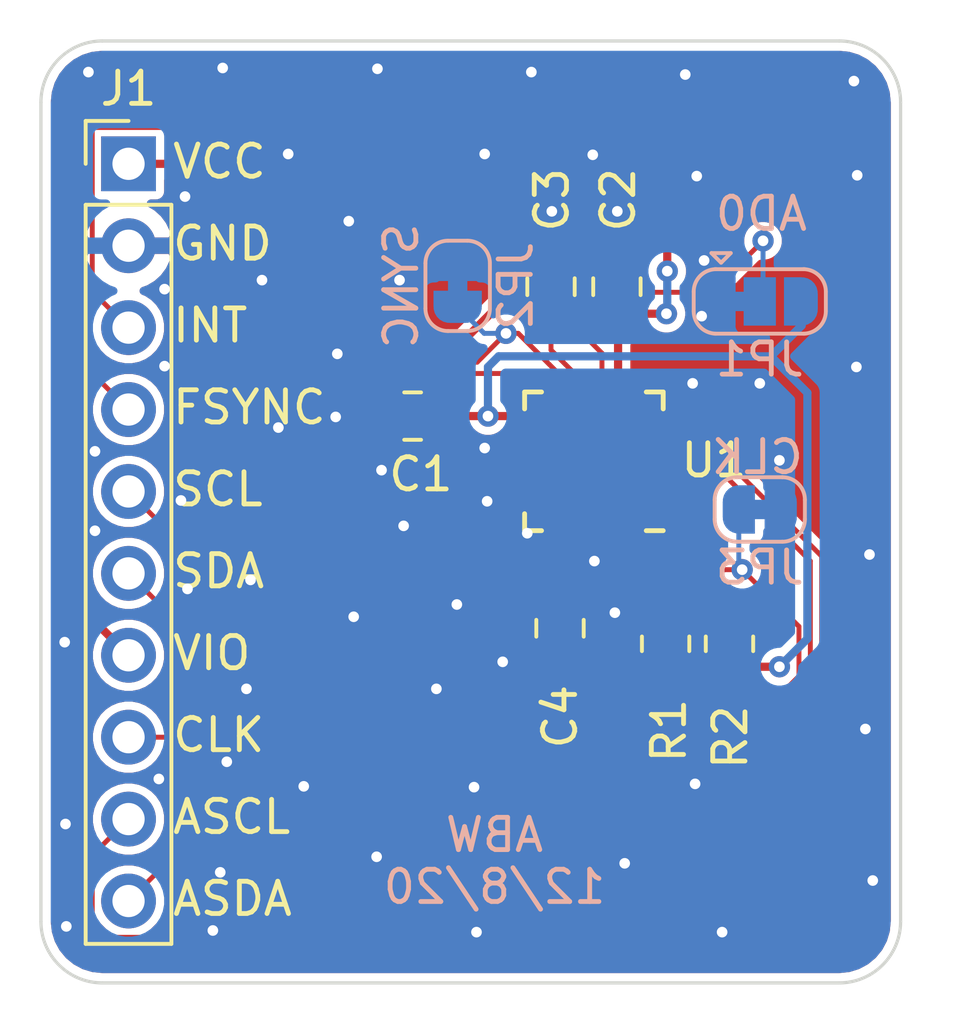
<source format=kicad_pcb>
(kicad_pcb (version 20171130) (host pcbnew "(5.1.8)-1")

  (general
    (thickness 1.6)
    (drawings 22)
    (tracks 189)
    (zones 0)
    (modules 11)
    (nets 14)
  )

  (page A4)
  (layers
    (0 F.Cu signal)
    (31 B.Cu signal)
    (32 B.Adhes user)
    (33 F.Adhes user)
    (34 B.Paste user)
    (35 F.Paste user)
    (36 B.SilkS user)
    (37 F.SilkS user)
    (38 B.Mask user)
    (39 F.Mask user)
    (40 Dwgs.User user)
    (41 Cmts.User user)
    (42 Eco1.User user)
    (43 Eco2.User user)
    (44 Edge.Cuts user)
    (45 Margin user)
    (46 B.CrtYd user)
    (47 F.CrtYd user)
    (48 B.Fab user hide)
    (49 F.Fab user hide)
  )

  (setup
    (last_trace_width 0.508)
    (user_trace_width 0.1524)
    (user_trace_width 0.1778)
    (user_trace_width 0.254)
    (user_trace_width 0.3048)
    (user_trace_width 0.381)
    (user_trace_width 0.508)
    (user_trace_width 0.635)
    (user_trace_width 0.889)
    (user_trace_width 1.016)
    (user_trace_width 1.27)
    (user_trace_width 1.905)
    (user_trace_width 2.54)
    (trace_clearance 0.2)
    (zone_clearance 0.254)
    (zone_45_only no)
    (trace_min 0.1)
    (via_size 0.8)
    (via_drill 0.4)
    (via_min_size 0.4)
    (via_min_drill 0.3)
    (user_via 0.6096 0.3048)
    (user_via 0.6604 0.3302)
    (user_via 0.889 0.381)
    (user_via 1.397 0.635)
    (uvia_size 0.3)
    (uvia_drill 0.1)
    (uvias_allowed no)
    (uvia_min_size 0.2)
    (uvia_min_drill 0.1)
    (edge_width 0.05)
    (segment_width 0.2)
    (pcb_text_width 0.3)
    (pcb_text_size 1.5 1.5)
    (mod_edge_width 0.12)
    (mod_text_size 1 1)
    (mod_text_width 0.15)
    (pad_size 1.524 1.524)
    (pad_drill 0.762)
    (pad_to_mask_clearance 0.051)
    (solder_mask_min_width 0.25)
    (aux_axis_origin 0 0)
    (visible_elements FFFFFF7F)
    (pcbplotparams
      (layerselection 0x010fc_ffffffff)
      (usegerberextensions false)
      (usegerberattributes true)
      (usegerberadvancedattributes true)
      (creategerberjobfile true)
      (excludeedgelayer true)
      (linewidth 0.100000)
      (plotframeref false)
      (viasonmask false)
      (mode 1)
      (useauxorigin false)
      (hpglpennumber 1)
      (hpglpenspeed 20)
      (hpglpendiameter 15.000000)
      (psnegative false)
      (psa4output false)
      (plotreference true)
      (plotvalue true)
      (plotinvisibletext false)
      (padsonsilk false)
      (subtractmaskfromsilk false)
      (outputformat 1)
      (mirror false)
      (drillshape 1)
      (scaleselection 1)
      (outputdirectory ""))
  )

  (net 0 "")
  (net 1 GND)
  (net 2 +3V3)
  (net 3 /VIO)
  (net 4 "Net-(C3-Pad1)")
  (net 5 "Net-(C4-Pad1)")
  (net 6 /AUX_SDA)
  (net 7 /AUX_SCL)
  (net 8 /CLKIN)
  (net 9 /SDA)
  (net 10 /SCL)
  (net 11 /FSYNC)
  (net 12 /INT)
  (net 13 "Net-(JP1-Pad2)")

  (net_class Default "This is the default net class."
    (clearance 0.2)
    (trace_width 0.25)
    (via_dia 0.8)
    (via_drill 0.4)
    (uvia_dia 0.3)
    (uvia_drill 0.1)
    (add_net +3V3)
    (add_net /AUX_SCL)
    (add_net /AUX_SDA)
    (add_net /CLKIN)
    (add_net /FSYNC)
    (add_net /INT)
    (add_net /SCL)
    (add_net /SDA)
    (add_net /VIO)
    (add_net GND)
    (add_net "Net-(C3-Pad1)")
    (add_net "Net-(C4-Pad1)")
    (add_net "Net-(JP1-Pad2)")
  )

  (module Sensor_Motion:InvenSense_QFN-24_4x4mm_P0.5mm (layer F.Cu) (tedit 5B5A6D8E) (tstamp 5FCF8E4F)
    (at 149.23516 99.39528 180)
    (descr "24-Lead Plastic QFN (4mm x 4mm); Pitch 0.5mm; EP 2.7x2.6mm; for InvenSense motion sensors; keepout area marked (Package see: https://store.invensense.com/datasheets/invensense/MPU-6050_DataSheet_V3%204.pdf; See also https://www.invensense.com/wp-content/uploads/2015/02/InvenSense-MEMS-Handling.pdf)")
    (tags "QFN 0.5")
    (path /5FCF84CE)
    (attr smd)
    (fp_text reference U1 (at -3.72364 0.03048) (layer F.SilkS)
      (effects (font (size 1 1) (thickness 0.15)))
    )
    (fp_text value MPU-6050 (at 0 3.375) (layer F.Fab)
      (effects (font (size 1 1) (thickness 0.15)))
    )
    (fp_text user Component (at 0 0.55) (layer Cmts.User)
      (effects (font (size 0.2 0.2) (thickness 0.04)))
    )
    (fp_text user "Directly Below" (at 0 0.25) (layer Cmts.User)
      (effects (font (size 0.2 0.2) (thickness 0.04)))
    )
    (fp_text user "No Copper" (at 0 -0.1) (layer Cmts.User)
      (effects (font (size 0.2 0.2) (thickness 0.04)))
    )
    (fp_text user KEEPOUT (at 0 -0.5) (layer Cmts.User)
      (effects (font (size 0.2 0.2) (thickness 0.04)))
    )
    (fp_text user %R (at 0 0) (layer F.Fab)
      (effects (font (size 1 1) (thickness 0.15)))
    )
    (fp_line (start -1 -2) (end 2 -2) (layer F.Fab) (width 0.15))
    (fp_line (start 2 -2) (end 2 2) (layer F.Fab) (width 0.15))
    (fp_line (start 2 2) (end -2 2) (layer F.Fab) (width 0.15))
    (fp_line (start -2 2) (end -2 -1) (layer F.Fab) (width 0.15))
    (fp_line (start -2 -1) (end -1 -2) (layer F.Fab) (width 0.15))
    (fp_line (start -2.65 -2.65) (end -2.65 2.65) (layer F.CrtYd) (width 0.05))
    (fp_line (start 2.65 -2.65) (end 2.65 2.65) (layer F.CrtYd) (width 0.05))
    (fp_line (start -2.65 -2.65) (end 2.65 -2.65) (layer F.CrtYd) (width 0.05))
    (fp_line (start -2.65 2.65) (end 2.65 2.65) (layer F.CrtYd) (width 0.05))
    (fp_line (start 2.15 -2.15) (end 2.15 -1.625) (layer F.SilkS) (width 0.15))
    (fp_line (start -2.15 2.15) (end -2.15 1.625) (layer F.SilkS) (width 0.15))
    (fp_line (start 2.15 2.15) (end 2.15 1.625) (layer F.SilkS) (width 0.15))
    (fp_line (start -2.15 -2.15) (end -1.625 -2.15) (layer F.SilkS) (width 0.15))
    (fp_line (start -2.15 2.15) (end -1.625 2.15) (layer F.SilkS) (width 0.15))
    (fp_line (start 2.15 2.15) (end 1.625 2.15) (layer F.SilkS) (width 0.15))
    (fp_line (start 2.15 -2.15) (end 1.625 -2.15) (layer F.SilkS) (width 0.15))
    (fp_line (start 1.375 1.325) (end 1.375 -1.325) (layer Dwgs.User) (width 0.05))
    (fp_line (start -1.375 1.325) (end -1.375 -1.325) (layer Dwgs.User) (width 0.05))
    (fp_line (start 1.375 -1.325) (end -1.375 -1.325) (layer Dwgs.User) (width 0.05))
    (fp_line (start 1.375 1.325) (end -1.375 1.325) (layer Dwgs.User) (width 0.05))
    (fp_line (start 1.375 0.825) (end 0.875 1.325) (layer Dwgs.User) (width 0.05))
    (fp_line (start 1.375 0.325) (end 0.375 1.325) (layer Dwgs.User) (width 0.05))
    (fp_line (start 1.375 -0.175) (end -0.125 1.325) (layer Dwgs.User) (width 0.05))
    (fp_line (start 1.375 -0.675) (end -0.625 1.325) (layer Dwgs.User) (width 0.05))
    (fp_line (start 1.375 -1.175) (end -1.125 1.325) (layer Dwgs.User) (width 0.05))
    (fp_line (start 1.025 -1.325) (end -1.375 1.075) (layer Dwgs.User) (width 0.05))
    (fp_line (start 0.525 -1.325) (end -1.375 0.575) (layer Dwgs.User) (width 0.05))
    (fp_line (start 0.025 -1.325) (end -1.375 0.075) (layer Dwgs.User) (width 0.05))
    (fp_line (start -0.475 -1.325) (end -1.375 -0.425) (layer Dwgs.User) (width 0.05))
    (fp_line (start -0.975 -1.325) (end -1.375 -0.925) (layer Dwgs.User) (width 0.05))
    (pad 24 smd roundrect (at -1.25 -1.95 270) (size 0.85 0.3) (layers F.Cu F.Paste F.Mask) (roundrect_rratio 0.25)
      (net 9 /SDA))
    (pad 23 smd roundrect (at -0.75 -1.95 270) (size 0.85 0.3) (layers F.Cu F.Paste F.Mask) (roundrect_rratio 0.25)
      (net 10 /SCL))
    (pad 22 smd roundrect (at -0.25 -1.95 270) (size 0.85 0.3) (layers F.Cu F.Paste F.Mask) (roundrect_rratio 0.25))
    (pad 21 smd roundrect (at 0.25 -1.95 270) (size 0.85 0.3) (layers F.Cu F.Paste F.Mask) (roundrect_rratio 0.25))
    (pad 20 smd roundrect (at 0.75 -1.95 270) (size 0.85 0.3) (layers F.Cu F.Paste F.Mask) (roundrect_rratio 0.25)
      (net 5 "Net-(C4-Pad1)"))
    (pad 19 smd roundrect (at 1.25 -1.95 270) (size 0.85 0.3) (layers F.Cu F.Paste F.Mask) (roundrect_rratio 0.25))
    (pad 18 smd roundrect (at 1.95 -1.25 180) (size 0.85 0.3) (layers F.Cu F.Paste F.Mask) (roundrect_rratio 0.25)
      (net 1 GND))
    (pad 17 smd roundrect (at 1.95 -0.75 180) (size 0.85 0.3) (layers F.Cu F.Paste F.Mask) (roundrect_rratio 0.25))
    (pad 16 smd roundrect (at 1.95 -0.25 180) (size 0.85 0.3) (layers F.Cu F.Paste F.Mask) (roundrect_rratio 0.25))
    (pad 15 smd roundrect (at 1.95 0.25 180) (size 0.85 0.3) (layers F.Cu F.Paste F.Mask) (roundrect_rratio 0.25))
    (pad 14 smd roundrect (at 1.95 0.75 180) (size 0.85 0.3) (layers F.Cu F.Paste F.Mask) (roundrect_rratio 0.25))
    (pad 13 smd roundrect (at 1.95 1.25 180) (size 0.85 0.3) (layers F.Cu F.Paste F.Mask) (roundrect_rratio 0.25)
      (net 2 +3V3))
    (pad 12 smd roundrect (at 1.25 1.95 270) (size 0.85 0.3) (layers F.Cu F.Paste F.Mask) (roundrect_rratio 0.25)
      (net 12 /INT))
    (pad 11 smd roundrect (at 0.75 1.95 270) (size 0.85 0.3) (layers F.Cu F.Paste F.Mask) (roundrect_rratio 0.25)
      (net 11 /FSYNC))
    (pad 10 smd roundrect (at 0.25 1.95 270) (size 0.85 0.3) (layers F.Cu F.Paste F.Mask) (roundrect_rratio 0.25)
      (net 4 "Net-(C3-Pad1)"))
    (pad 9 smd roundrect (at -0.25 1.95 270) (size 0.85 0.3) (layers F.Cu F.Paste F.Mask) (roundrect_rratio 0.25)
      (net 13 "Net-(JP1-Pad2)"))
    (pad 8 smd roundrect (at -0.75 1.95 270) (size 0.85 0.3) (layers F.Cu F.Paste F.Mask) (roundrect_rratio 0.25)
      (net 3 /VIO))
    (pad 7 smd roundrect (at -1.25 1.95 270) (size 0.85 0.3) (layers F.Cu F.Paste F.Mask) (roundrect_rratio 0.25)
      (net 7 /AUX_SCL))
    (pad 6 smd roundrect (at -1.95 1.25 180) (size 0.85 0.3) (layers F.Cu F.Paste F.Mask) (roundrect_rratio 0.25)
      (net 6 /AUX_SDA))
    (pad 5 smd roundrect (at -1.95 0.75 180) (size 0.85 0.3) (layers F.Cu F.Paste F.Mask) (roundrect_rratio 0.25))
    (pad 4 smd roundrect (at -1.95 0.25 180) (size 0.85 0.3) (layers F.Cu F.Paste F.Mask) (roundrect_rratio 0.25))
    (pad 3 smd roundrect (at -1.95 -0.25 180) (size 0.85 0.3) (layers F.Cu F.Paste F.Mask) (roundrect_rratio 0.25))
    (pad 2 smd roundrect (at -1.95 -0.75 180) (size 0.85 0.3) (layers F.Cu F.Paste F.Mask) (roundrect_rratio 0.25))
    (pad 1 smd roundrect (at -1.95 -1.25 180) (size 0.85 0.3) (layers F.Cu F.Paste F.Mask) (roundrect_rratio 0.25)
      (net 8 /CLKIN))
    (model ${KISYS3DMOD}/Package_DFN_QFN.3dshapes/QFN-24-1EP_4x4mm_P0.5mm_EP2.7x2.6mm.wrl
      (at (xyz 0 0 0))
      (scale (xyz 1 1 1))
      (rotate (xyz 0 0 0))
    )
  )

  (module Resistor_SMD:R_0805_2012Metric (layer F.Cu) (tedit 5F68FEEE) (tstamp 5FCF8E10)
    (at 153.4414 105.0544 90)
    (descr "Resistor SMD 0805 (2012 Metric), square (rectangular) end terminal, IPC_7351 nominal, (Body size source: IPC-SM-782 page 72, https://www.pcb-3d.com/wordpress/wp-content/uploads/ipc-sm-782a_amendment_1_and_2.pdf), generated with kicad-footprint-generator")
    (tags resistor)
    (path /5FD0A52D)
    (attr smd)
    (fp_text reference R2 (at -2.8956 0.0254 90) (layer F.SilkS)
      (effects (font (size 1 1) (thickness 0.15)))
    )
    (fp_text value 10K (at 0 1.65 90) (layer F.Fab)
      (effects (font (size 1 1) (thickness 0.15)))
    )
    (fp_text user %R (at 0 0 90) (layer F.Fab)
      (effects (font (size 0.5 0.5) (thickness 0.08)))
    )
    (fp_line (start -1 0.625) (end -1 -0.625) (layer F.Fab) (width 0.1))
    (fp_line (start -1 -0.625) (end 1 -0.625) (layer F.Fab) (width 0.1))
    (fp_line (start 1 -0.625) (end 1 0.625) (layer F.Fab) (width 0.1))
    (fp_line (start 1 0.625) (end -1 0.625) (layer F.Fab) (width 0.1))
    (fp_line (start -0.227064 -0.735) (end 0.227064 -0.735) (layer F.SilkS) (width 0.12))
    (fp_line (start -0.227064 0.735) (end 0.227064 0.735) (layer F.SilkS) (width 0.12))
    (fp_line (start -1.68 0.95) (end -1.68 -0.95) (layer F.CrtYd) (width 0.05))
    (fp_line (start -1.68 -0.95) (end 1.68 -0.95) (layer F.CrtYd) (width 0.05))
    (fp_line (start 1.68 -0.95) (end 1.68 0.95) (layer F.CrtYd) (width 0.05))
    (fp_line (start 1.68 0.95) (end -1.68 0.95) (layer F.CrtYd) (width 0.05))
    (pad 2 smd roundrect (at 0.9125 0 90) (size 1.025 1.4) (layers F.Cu F.Paste F.Mask) (roundrect_rratio 0.243902)
      (net 9 /SDA))
    (pad 1 smd roundrect (at -0.9125 0 90) (size 1.025 1.4) (layers F.Cu F.Paste F.Mask) (roundrect_rratio 0.243902)
      (net 2 +3V3))
    (model ${KISYS3DMOD}/Resistor_SMD.3dshapes/R_0805_2012Metric.wrl
      (at (xyz 0 0 0))
      (scale (xyz 1 1 1))
      (rotate (xyz 0 0 0))
    )
  )

  (module Resistor_SMD:R_0805_2012Metric (layer F.Cu) (tedit 5F68FEEE) (tstamp 5FCF8DFF)
    (at 151.4602 105.0544 90)
    (descr "Resistor SMD 0805 (2012 Metric), square (rectangular) end terminal, IPC_7351 nominal, (Body size source: IPC-SM-782 page 72, https://www.pcb-3d.com/wordpress/wp-content/uploads/ipc-sm-782a_amendment_1_and_2.pdf), generated with kicad-footprint-generator")
    (tags resistor)
    (path /5FD0B258)
    (attr smd)
    (fp_text reference R1 (at -2.6924 0.1016 90) (layer F.SilkS)
      (effects (font (size 1 1) (thickness 0.15)))
    )
    (fp_text value 10K (at 0 1.65 90) (layer F.Fab)
      (effects (font (size 1 1) (thickness 0.15)))
    )
    (fp_text user %R (at 0 0 90) (layer F.Fab)
      (effects (font (size 0.5 0.5) (thickness 0.08)))
    )
    (fp_line (start -1 0.625) (end -1 -0.625) (layer F.Fab) (width 0.1))
    (fp_line (start -1 -0.625) (end 1 -0.625) (layer F.Fab) (width 0.1))
    (fp_line (start 1 -0.625) (end 1 0.625) (layer F.Fab) (width 0.1))
    (fp_line (start 1 0.625) (end -1 0.625) (layer F.Fab) (width 0.1))
    (fp_line (start -0.227064 -0.735) (end 0.227064 -0.735) (layer F.SilkS) (width 0.12))
    (fp_line (start -0.227064 0.735) (end 0.227064 0.735) (layer F.SilkS) (width 0.12))
    (fp_line (start -1.68 0.95) (end -1.68 -0.95) (layer F.CrtYd) (width 0.05))
    (fp_line (start -1.68 -0.95) (end 1.68 -0.95) (layer F.CrtYd) (width 0.05))
    (fp_line (start 1.68 -0.95) (end 1.68 0.95) (layer F.CrtYd) (width 0.05))
    (fp_line (start 1.68 0.95) (end -1.68 0.95) (layer F.CrtYd) (width 0.05))
    (pad 2 smd roundrect (at 0.9125 0 90) (size 1.025 1.4) (layers F.Cu F.Paste F.Mask) (roundrect_rratio 0.243902)
      (net 10 /SCL))
    (pad 1 smd roundrect (at -0.9125 0 90) (size 1.025 1.4) (layers F.Cu F.Paste F.Mask) (roundrect_rratio 0.243902)
      (net 2 +3V3))
    (model ${KISYS3DMOD}/Resistor_SMD.3dshapes/R_0805_2012Metric.wrl
      (at (xyz 0 0 0))
      (scale (xyz 1 1 1))
      (rotate (xyz 0 0 0))
    )
  )

  (module Jumper:SolderJumper-2_P1.3mm_Bridged_RoundedPad1.0x1.5mm (layer B.Cu) (tedit 5C745284) (tstamp 5FCF8DEE)
    (at 154.3812 100.8888)
    (descr "SMD Solder Jumper, 1x1.5mm, rounded Pads, 0.3mm gap, bridged with 1 copper strip")
    (tags "solder jumper open")
    (path /5FD134D2)
    (attr virtual)
    (fp_text reference JP3 (at 0 1.8) (layer B.SilkS)
      (effects (font (size 1 1) (thickness 0.15)) (justify mirror))
    )
    (fp_text value CLKIN (at 0 -1.9) (layer B.Fab)
      (effects (font (size 1 1) (thickness 0.15)) (justify mirror))
    )
    (fp_arc (start -0.7 0.3) (end -0.7 1) (angle 90) (layer B.SilkS) (width 0.12))
    (fp_arc (start -0.7 -0.3) (end -1.4 -0.3) (angle 90) (layer B.SilkS) (width 0.12))
    (fp_arc (start 0.7 -0.3) (end 0.7 -1) (angle 90) (layer B.SilkS) (width 0.12))
    (fp_arc (start 0.7 0.3) (end 1.4 0.3) (angle 90) (layer B.SilkS) (width 0.12))
    (fp_line (start -1.4 -0.3) (end -1.4 0.3) (layer B.SilkS) (width 0.12))
    (fp_line (start 0.7 -1) (end -0.7 -1) (layer B.SilkS) (width 0.12))
    (fp_line (start 1.4 0.3) (end 1.4 -0.3) (layer B.SilkS) (width 0.12))
    (fp_line (start -0.7 1) (end 0.7 1) (layer B.SilkS) (width 0.12))
    (fp_line (start -1.65 1.25) (end 1.65 1.25) (layer B.CrtYd) (width 0.05))
    (fp_line (start -1.65 1.25) (end -1.65 -1.25) (layer B.CrtYd) (width 0.05))
    (fp_line (start 1.65 -1.25) (end 1.65 1.25) (layer B.CrtYd) (width 0.05))
    (fp_line (start 1.65 -1.25) (end -1.65 -1.25) (layer B.CrtYd) (width 0.05))
    (fp_poly (pts (xy 0.25 0.3) (xy -0.25 0.3) (xy -0.25 -0.3) (xy 0.25 -0.3)) (layer B.Cu) (width 0))
    (pad 1 smd custom (at -0.65 0) (size 1 0.5) (layers B.Cu B.Mask)
      (net 8 /CLKIN) (zone_connect 2)
      (options (clearance outline) (anchor rect))
      (primitives
        (gr_circle (center 0 -0.25) (end 0.5 -0.25) (width 0))
        (gr_circle (center 0 0.25) (end 0.5 0.25) (width 0))
        (gr_poly (pts
           (xy 0 0.75) (xy 0.5 0.75) (xy 0.5 -0.75) (xy 0 -0.75)) (width 0))
      ))
    (pad 2 smd custom (at 0.65 0) (size 1 0.5) (layers B.Cu B.Mask)
      (net 1 GND) (zone_connect 2)
      (options (clearance outline) (anchor rect))
      (primitives
        (gr_circle (center 0 -0.25) (end 0.5 -0.25) (width 0))
        (gr_circle (center 0 0.25) (end 0.5 0.25) (width 0))
        (gr_poly (pts
           (xy 0 0.75) (xy -0.5 0.75) (xy -0.5 -0.75) (xy 0 -0.75)) (width 0))
      ))
  )

  (module Jumper:SolderJumper-2_P1.3mm_Bridged_RoundedPad1.0x1.5mm (layer B.Cu) (tedit 5C745284) (tstamp 5FCF8DDB)
    (at 145.0086 93.9546 90)
    (descr "SMD Solder Jumper, 1x1.5mm, rounded Pads, 0.3mm gap, bridged with 1 copper strip")
    (tags "solder jumper open")
    (path /5FD1415B)
    (attr virtual)
    (fp_text reference JP2 (at 0 1.8 90) (layer B.SilkS)
      (effects (font (size 1 1) (thickness 0.15)) (justify mirror))
    )
    (fp_text value FSYNC (at 0 -1.9 90) (layer B.Fab)
      (effects (font (size 1 1) (thickness 0.15)) (justify mirror))
    )
    (fp_arc (start -0.7 0.3) (end -0.7 1) (angle 90) (layer B.SilkS) (width 0.12))
    (fp_arc (start -0.7 -0.3) (end -1.4 -0.3) (angle 90) (layer B.SilkS) (width 0.12))
    (fp_arc (start 0.7 -0.3) (end 0.7 -1) (angle 90) (layer B.SilkS) (width 0.12))
    (fp_arc (start 0.7 0.3) (end 1.4 0.3) (angle 90) (layer B.SilkS) (width 0.12))
    (fp_line (start -1.4 -0.3) (end -1.4 0.3) (layer B.SilkS) (width 0.12))
    (fp_line (start 0.7 -1) (end -0.7 -1) (layer B.SilkS) (width 0.12))
    (fp_line (start 1.4 0.3) (end 1.4 -0.3) (layer B.SilkS) (width 0.12))
    (fp_line (start -0.7 1) (end 0.7 1) (layer B.SilkS) (width 0.12))
    (fp_line (start -1.65 1.25) (end 1.65 1.25) (layer B.CrtYd) (width 0.05))
    (fp_line (start -1.65 1.25) (end -1.65 -1.25) (layer B.CrtYd) (width 0.05))
    (fp_line (start 1.65 -1.25) (end 1.65 1.25) (layer B.CrtYd) (width 0.05))
    (fp_line (start 1.65 -1.25) (end -1.65 -1.25) (layer B.CrtYd) (width 0.05))
    (fp_poly (pts (xy 0.25 0.3) (xy -0.25 0.3) (xy -0.25 -0.3) (xy 0.25 -0.3)) (layer B.Cu) (width 0))
    (pad 1 smd custom (at -0.65 0 90) (size 1 0.5) (layers B.Cu B.Mask)
      (net 11 /FSYNC) (zone_connect 2)
      (options (clearance outline) (anchor rect))
      (primitives
        (gr_circle (center 0 -0.25) (end 0.5 -0.25) (width 0))
        (gr_circle (center 0 0.25) (end 0.5 0.25) (width 0))
        (gr_poly (pts
           (xy 0 0.75) (xy 0.5 0.75) (xy 0.5 -0.75) (xy 0 -0.75)) (width 0))
      ))
    (pad 2 smd custom (at 0.65 0 90) (size 1 0.5) (layers B.Cu B.Mask)
      (net 1 GND) (zone_connect 2)
      (options (clearance outline) (anchor rect))
      (primitives
        (gr_circle (center 0 -0.25) (end 0.5 -0.25) (width 0))
        (gr_circle (center 0 0.25) (end 0.5 0.25) (width 0))
        (gr_poly (pts
           (xy 0 0.75) (xy -0.5 0.75) (xy -0.5 -0.75) (xy 0 -0.75)) (width 0))
      ))
  )

  (module Jumper:SolderJumper-3_P1.3mm_Bridged12_RoundedPad1.0x1.5mm (layer B.Cu) (tedit 5C745321) (tstamp 5FCF8DC8)
    (at 154.3812 94.4372)
    (descr "SMD Solder 3-pad Jumper, 1x1.5mm rounded Pads, 0.3mm gap, pads 1-2 bridged with 1 copper strip")
    (tags "solder jumper open")
    (path /5FD0FECE)
    (attr virtual)
    (fp_text reference JP1 (at 0 1.8) (layer B.SilkS)
      (effects (font (size 1 1) (thickness 0.15)) (justify mirror))
    )
    (fp_text value ADDR (at 0 -1.9) (layer B.Fab)
      (effects (font (size 1 1) (thickness 0.15)) (justify mirror))
    )
    (fp_arc (start -1.35 0.3) (end -1.35 1) (angle 90) (layer B.SilkS) (width 0.12))
    (fp_arc (start -1.35 -0.3) (end -2.05 -0.3) (angle 90) (layer B.SilkS) (width 0.12))
    (fp_arc (start 1.35 -0.3) (end 1.35 -1) (angle 90) (layer B.SilkS) (width 0.12))
    (fp_arc (start 1.35 0.3) (end 2.05 0.3) (angle 90) (layer B.SilkS) (width 0.12))
    (fp_line (start -1.2 -1.2) (end -0.9 -1.5) (layer B.SilkS) (width 0.12))
    (fp_line (start -1.5 -1.5) (end -0.9 -1.5) (layer B.SilkS) (width 0.12))
    (fp_line (start -1.2 -1.2) (end -1.5 -1.5) (layer B.SilkS) (width 0.12))
    (fp_line (start -2.05 -0.3) (end -2.05 0.3) (layer B.SilkS) (width 0.12))
    (fp_line (start 1.4 -1) (end -1.4 -1) (layer B.SilkS) (width 0.12))
    (fp_line (start 2.05 0.3) (end 2.05 -0.3) (layer B.SilkS) (width 0.12))
    (fp_line (start -1.4 1) (end 1.4 1) (layer B.SilkS) (width 0.12))
    (fp_line (start -2.3 1.25) (end 2.3 1.25) (layer B.CrtYd) (width 0.05))
    (fp_line (start -2.3 1.25) (end -2.3 -1.25) (layer B.CrtYd) (width 0.05))
    (fp_line (start 2.3 -1.25) (end 2.3 1.25) (layer B.CrtYd) (width 0.05))
    (fp_line (start 2.3 -1.25) (end -2.3 -1.25) (layer B.CrtYd) (width 0.05))
    (fp_poly (pts (xy -0.9 0.3) (xy -0.4 0.3) (xy -0.4 -0.3) (xy -0.9 -0.3)) (layer B.Cu) (width 0))
    (pad 1 smd custom (at -1.3 0) (size 1 0.5) (layers B.Cu B.Mask)
      (net 1 GND) (zone_connect 2)
      (options (clearance outline) (anchor rect))
      (primitives
        (gr_circle (center 0 -0.25) (end 0.5 -0.25) (width 0))
        (gr_circle (center 0 0.25) (end 0.5 0.25) (width 0))
        (gr_poly (pts
           (xy 0.55 0.75) (xy 0 0.75) (xy 0 -0.75) (xy 0.55 -0.75)) (width 0))
      ))
    (pad 2 smd rect (at 0 0) (size 1 1.5) (layers B.Cu B.Mask)
      (net 13 "Net-(JP1-Pad2)"))
    (pad 3 smd custom (at 1.3 0) (size 1 0.5) (layers B.Cu B.Mask)
      (net 2 +3V3) (zone_connect 2)
      (options (clearance outline) (anchor rect))
      (primitives
        (gr_circle (center 0 -0.25) (end 0.5 -0.25) (width 0))
        (gr_circle (center 0 0.25) (end 0.5 0.25) (width 0))
        (gr_poly (pts
           (xy -0.55 0.75) (xy 0 0.75) (xy 0 -0.75) (xy -0.55 -0.75)) (width 0))
      ))
  )

  (module Connector_PinHeader_2.54mm:PinHeader_1x10_P2.54mm_Vertical (layer F.Cu) (tedit 59FED5CC) (tstamp 5FCF8DB1)
    (at 134.7978 90.17)
    (descr "Through hole straight pin header, 1x10, 2.54mm pitch, single row")
    (tags "Through hole pin header THT 1x10 2.54mm single row")
    (path /5FD185DA)
    (fp_text reference J1 (at 0 -2.33) (layer F.SilkS)
      (effects (font (size 1 1) (thickness 0.15)))
    )
    (fp_text value Conn_01x10 (at 0 25.19) (layer F.Fab)
      (effects (font (size 1 1) (thickness 0.15)))
    )
    (fp_text user %R (at 0 11.43 90) (layer F.Fab)
      (effects (font (size 1 1) (thickness 0.15)))
    )
    (fp_line (start -0.635 -1.27) (end 1.27 -1.27) (layer F.Fab) (width 0.1))
    (fp_line (start 1.27 -1.27) (end 1.27 24.13) (layer F.Fab) (width 0.1))
    (fp_line (start 1.27 24.13) (end -1.27 24.13) (layer F.Fab) (width 0.1))
    (fp_line (start -1.27 24.13) (end -1.27 -0.635) (layer F.Fab) (width 0.1))
    (fp_line (start -1.27 -0.635) (end -0.635 -1.27) (layer F.Fab) (width 0.1))
    (fp_line (start -1.33 24.19) (end 1.33 24.19) (layer F.SilkS) (width 0.12))
    (fp_line (start -1.33 1.27) (end -1.33 24.19) (layer F.SilkS) (width 0.12))
    (fp_line (start 1.33 1.27) (end 1.33 24.19) (layer F.SilkS) (width 0.12))
    (fp_line (start -1.33 1.27) (end 1.33 1.27) (layer F.SilkS) (width 0.12))
    (fp_line (start -1.33 0) (end -1.33 -1.33) (layer F.SilkS) (width 0.12))
    (fp_line (start -1.33 -1.33) (end 0 -1.33) (layer F.SilkS) (width 0.12))
    (fp_line (start -1.8 -1.8) (end -1.8 24.65) (layer F.CrtYd) (width 0.05))
    (fp_line (start -1.8 24.65) (end 1.8 24.65) (layer F.CrtYd) (width 0.05))
    (fp_line (start 1.8 24.65) (end 1.8 -1.8) (layer F.CrtYd) (width 0.05))
    (fp_line (start 1.8 -1.8) (end -1.8 -1.8) (layer F.CrtYd) (width 0.05))
    (pad 10 thru_hole oval (at 0 22.86) (size 1.7 1.7) (drill 1) (layers *.Cu *.Mask)
      (net 6 /AUX_SDA))
    (pad 9 thru_hole oval (at 0 20.32) (size 1.7 1.7) (drill 1) (layers *.Cu *.Mask)
      (net 7 /AUX_SCL))
    (pad 8 thru_hole oval (at 0 17.78) (size 1.7 1.7) (drill 1) (layers *.Cu *.Mask)
      (net 8 /CLKIN))
    (pad 7 thru_hole oval (at 0 15.24) (size 1.7 1.7) (drill 1) (layers *.Cu *.Mask)
      (net 3 /VIO))
    (pad 6 thru_hole oval (at 0 12.7) (size 1.7 1.7) (drill 1) (layers *.Cu *.Mask)
      (net 9 /SDA))
    (pad 5 thru_hole oval (at 0 10.16) (size 1.7 1.7) (drill 1) (layers *.Cu *.Mask)
      (net 10 /SCL))
    (pad 4 thru_hole oval (at 0 7.62) (size 1.7 1.7) (drill 1) (layers *.Cu *.Mask)
      (net 11 /FSYNC))
    (pad 3 thru_hole oval (at 0 5.08) (size 1.7 1.7) (drill 1) (layers *.Cu *.Mask)
      (net 12 /INT))
    (pad 2 thru_hole oval (at 0 2.54) (size 1.7 1.7) (drill 1) (layers *.Cu *.Mask)
      (net 1 GND))
    (pad 1 thru_hole rect (at 0 0) (size 1.7 1.7) (drill 1) (layers *.Cu *.Mask)
      (net 2 +3V3))
    (model ${KISYS3DMOD}/Connector_PinHeader_2.54mm.3dshapes/PinHeader_1x10_P2.54mm_Vertical.wrl
      (offset (xyz 0 0 -1.5))
      (scale (xyz 1 1 1))
      (rotate (xyz 0 180 0))
    )
  )

  (module Capacitor_SMD:C_0805_2012Metric (layer F.Cu) (tedit 5F68FEEE) (tstamp 5FCF8D93)
    (at 148.1836 104.5718 270)
    (descr "Capacitor SMD 0805 (2012 Metric), square (rectangular) end terminal, IPC_7351 nominal, (Body size source: IPC-SM-782 page 76, https://www.pcb-3d.com/wordpress/wp-content/uploads/ipc-sm-782a_amendment_1_and_2.pdf, https://docs.google.com/spreadsheets/d/1BsfQQcO9C6DZCsRaXUlFlo91Tg2WpOkGARC1WS5S8t0/edit?usp=sharing), generated with kicad-footprint-generator")
    (tags capacitor)
    (path /5FCFA85F)
    (attr smd)
    (fp_text reference C4 (at 2.7432 0 90) (layer F.SilkS)
      (effects (font (size 1 1) (thickness 0.15)))
    )
    (fp_text value 2.2nF (at 0 1.68 90) (layer F.Fab)
      (effects (font (size 1 1) (thickness 0.15)))
    )
    (fp_text user %R (at 0 0 90) (layer F.Fab)
      (effects (font (size 0.5 0.5) (thickness 0.08)))
    )
    (fp_line (start -1 0.625) (end -1 -0.625) (layer F.Fab) (width 0.1))
    (fp_line (start -1 -0.625) (end 1 -0.625) (layer F.Fab) (width 0.1))
    (fp_line (start 1 -0.625) (end 1 0.625) (layer F.Fab) (width 0.1))
    (fp_line (start 1 0.625) (end -1 0.625) (layer F.Fab) (width 0.1))
    (fp_line (start -0.261252 -0.735) (end 0.261252 -0.735) (layer F.SilkS) (width 0.12))
    (fp_line (start -0.261252 0.735) (end 0.261252 0.735) (layer F.SilkS) (width 0.12))
    (fp_line (start -1.7 0.98) (end -1.7 -0.98) (layer F.CrtYd) (width 0.05))
    (fp_line (start -1.7 -0.98) (end 1.7 -0.98) (layer F.CrtYd) (width 0.05))
    (fp_line (start 1.7 -0.98) (end 1.7 0.98) (layer F.CrtYd) (width 0.05))
    (fp_line (start 1.7 0.98) (end -1.7 0.98) (layer F.CrtYd) (width 0.05))
    (pad 2 smd roundrect (at 0.95 0 270) (size 1 1.45) (layers F.Cu F.Paste F.Mask) (roundrect_rratio 0.25)
      (net 1 GND))
    (pad 1 smd roundrect (at -0.95 0 270) (size 1 1.45) (layers F.Cu F.Paste F.Mask) (roundrect_rratio 0.25)
      (net 5 "Net-(C4-Pad1)"))
    (model ${KISYS3DMOD}/Capacitor_SMD.3dshapes/C_0805_2012Metric.wrl
      (at (xyz 0 0 0))
      (scale (xyz 1 1 1))
      (rotate (xyz 0 0 0))
    )
  )

  (module Capacitor_SMD:C_0805_2012Metric (layer F.Cu) (tedit 5F68FEEE) (tstamp 5FCF8D82)
    (at 147.9042 93.98 90)
    (descr "Capacitor SMD 0805 (2012 Metric), square (rectangular) end terminal, IPC_7351 nominal, (Body size source: IPC-SM-782 page 76, https://www.pcb-3d.com/wordpress/wp-content/uploads/ipc-sm-782a_amendment_1_and_2.pdf, https://docs.google.com/spreadsheets/d/1BsfQQcO9C6DZCsRaXUlFlo91Tg2WpOkGARC1WS5S8t0/edit?usp=sharing), generated with kicad-footprint-generator")
    (tags capacitor)
    (path /5FCF9EE7)
    (attr smd)
    (fp_text reference C3 (at 2.6924 0.0254 90) (layer F.SilkS)
      (effects (font (size 1 1) (thickness 0.15)))
    )
    (fp_text value 0.1uF (at 0 1.68 90) (layer F.Fab)
      (effects (font (size 1 1) (thickness 0.15)))
    )
    (fp_text user %R (at 0 0 90) (layer F.Fab)
      (effects (font (size 0.5 0.5) (thickness 0.08)))
    )
    (fp_line (start -1 0.625) (end -1 -0.625) (layer F.Fab) (width 0.1))
    (fp_line (start -1 -0.625) (end 1 -0.625) (layer F.Fab) (width 0.1))
    (fp_line (start 1 -0.625) (end 1 0.625) (layer F.Fab) (width 0.1))
    (fp_line (start 1 0.625) (end -1 0.625) (layer F.Fab) (width 0.1))
    (fp_line (start -0.261252 -0.735) (end 0.261252 -0.735) (layer F.SilkS) (width 0.12))
    (fp_line (start -0.261252 0.735) (end 0.261252 0.735) (layer F.SilkS) (width 0.12))
    (fp_line (start -1.7 0.98) (end -1.7 -0.98) (layer F.CrtYd) (width 0.05))
    (fp_line (start -1.7 -0.98) (end 1.7 -0.98) (layer F.CrtYd) (width 0.05))
    (fp_line (start 1.7 -0.98) (end 1.7 0.98) (layer F.CrtYd) (width 0.05))
    (fp_line (start 1.7 0.98) (end -1.7 0.98) (layer F.CrtYd) (width 0.05))
    (pad 2 smd roundrect (at 0.95 0 90) (size 1 1.45) (layers F.Cu F.Paste F.Mask) (roundrect_rratio 0.25)
      (net 1 GND))
    (pad 1 smd roundrect (at -0.95 0 90) (size 1 1.45) (layers F.Cu F.Paste F.Mask) (roundrect_rratio 0.25)
      (net 4 "Net-(C3-Pad1)"))
    (model ${KISYS3DMOD}/Capacitor_SMD.3dshapes/C_0805_2012Metric.wrl
      (at (xyz 0 0 0))
      (scale (xyz 1 1 1))
      (rotate (xyz 0 0 0))
    )
  )

  (module Capacitor_SMD:C_0805_2012Metric (layer F.Cu) (tedit 5F68FEEE) (tstamp 5FCF8D71)
    (at 149.9489 93.98 90)
    (descr "Capacitor SMD 0805 (2012 Metric), square (rectangular) end terminal, IPC_7351 nominal, (Body size source: IPC-SM-782 page 76, https://www.pcb-3d.com/wordpress/wp-content/uploads/ipc-sm-782a_amendment_1_and_2.pdf, https://docs.google.com/spreadsheets/d/1BsfQQcO9C6DZCsRaXUlFlo91Tg2WpOkGARC1WS5S8t0/edit?usp=sharing), generated with kicad-footprint-generator")
    (tags capacitor)
    (path /5FCFE700)
    (attr smd)
    (fp_text reference C2 (at 2.6924 0.0381 90) (layer F.SilkS)
      (effects (font (size 1 1) (thickness 0.15)))
    )
    (fp_text value 10nF (at 0 1.68 90) (layer F.Fab)
      (effects (font (size 1 1) (thickness 0.15)))
    )
    (fp_text user %R (at 0 0 90) (layer F.Fab)
      (effects (font (size 0.5 0.5) (thickness 0.08)))
    )
    (fp_line (start -1 0.625) (end -1 -0.625) (layer F.Fab) (width 0.1))
    (fp_line (start -1 -0.625) (end 1 -0.625) (layer F.Fab) (width 0.1))
    (fp_line (start 1 -0.625) (end 1 0.625) (layer F.Fab) (width 0.1))
    (fp_line (start 1 0.625) (end -1 0.625) (layer F.Fab) (width 0.1))
    (fp_line (start -0.261252 -0.735) (end 0.261252 -0.735) (layer F.SilkS) (width 0.12))
    (fp_line (start -0.261252 0.735) (end 0.261252 0.735) (layer F.SilkS) (width 0.12))
    (fp_line (start -1.7 0.98) (end -1.7 -0.98) (layer F.CrtYd) (width 0.05))
    (fp_line (start -1.7 -0.98) (end 1.7 -0.98) (layer F.CrtYd) (width 0.05))
    (fp_line (start 1.7 -0.98) (end 1.7 0.98) (layer F.CrtYd) (width 0.05))
    (fp_line (start 1.7 0.98) (end -1.7 0.98) (layer F.CrtYd) (width 0.05))
    (pad 2 smd roundrect (at 0.95 0 90) (size 1 1.45) (layers F.Cu F.Paste F.Mask) (roundrect_rratio 0.25)
      (net 1 GND))
    (pad 1 smd roundrect (at -0.95 0 90) (size 1 1.45) (layers F.Cu F.Paste F.Mask) (roundrect_rratio 0.25)
      (net 3 /VIO))
    (model ${KISYS3DMOD}/Capacitor_SMD.3dshapes/C_0805_2012Metric.wrl
      (at (xyz 0 0 0))
      (scale (xyz 1 1 1))
      (rotate (xyz 0 0 0))
    )
  )

  (module Capacitor_SMD:C_0805_2012Metric (layer F.Cu) (tedit 5F68FEEE) (tstamp 5FCF8D60)
    (at 143.6116 97.9932 180)
    (descr "Capacitor SMD 0805 (2012 Metric), square (rectangular) end terminal, IPC_7351 nominal, (Body size source: IPC-SM-782 page 76, https://www.pcb-3d.com/wordpress/wp-content/uploads/ipc-sm-782a_amendment_1_and_2.pdf, https://docs.google.com/spreadsheets/d/1BsfQQcO9C6DZCsRaXUlFlo91Tg2WpOkGARC1WS5S8t0/edit?usp=sharing), generated with kicad-footprint-generator")
    (tags capacitor)
    (path /5FCFC238)
    (attr smd)
    (fp_text reference C1 (at -0.254 -1.8034) (layer F.SilkS)
      (effects (font (size 1 1) (thickness 0.15)))
    )
    (fp_text value 0.1uF (at 0 1.68) (layer F.Fab)
      (effects (font (size 1 1) (thickness 0.15)))
    )
    (fp_text user %R (at 0 0) (layer F.Fab)
      (effects (font (size 0.5 0.5) (thickness 0.08)))
    )
    (fp_line (start -1 0.625) (end -1 -0.625) (layer F.Fab) (width 0.1))
    (fp_line (start -1 -0.625) (end 1 -0.625) (layer F.Fab) (width 0.1))
    (fp_line (start 1 -0.625) (end 1 0.625) (layer F.Fab) (width 0.1))
    (fp_line (start 1 0.625) (end -1 0.625) (layer F.Fab) (width 0.1))
    (fp_line (start -0.261252 -0.735) (end 0.261252 -0.735) (layer F.SilkS) (width 0.12))
    (fp_line (start -0.261252 0.735) (end 0.261252 0.735) (layer F.SilkS) (width 0.12))
    (fp_line (start -1.7 0.98) (end -1.7 -0.98) (layer F.CrtYd) (width 0.05))
    (fp_line (start -1.7 -0.98) (end 1.7 -0.98) (layer F.CrtYd) (width 0.05))
    (fp_line (start 1.7 -0.98) (end 1.7 0.98) (layer F.CrtYd) (width 0.05))
    (fp_line (start 1.7 0.98) (end -1.7 0.98) (layer F.CrtYd) (width 0.05))
    (pad 2 smd roundrect (at 0.95 0 180) (size 1 1.45) (layers F.Cu F.Paste F.Mask) (roundrect_rratio 0.25)
      (net 1 GND))
    (pad 1 smd roundrect (at -0.95 0 180) (size 1 1.45) (layers F.Cu F.Paste F.Mask) (roundrect_rratio 0.25)
      (net 2 +3V3))
    (model ${KISYS3DMOD}/Capacitor_SMD.3dshapes/C_0805_2012Metric.wrl
      (at (xyz 0 0 0))
      (scale (xyz 1 1 1))
      (rotate (xyz 0 0 0))
    )
  )

  (gr_text "ABW\n12/8/20" (at 146.1516 111.7854) (layer B.SilkS)
    (effects (font (size 1 1) (thickness 0.15)) (justify mirror))
  )
  (gr_text ASDA (at 138.021962 112.9625) (layer F.SilkS)
    (effects (font (size 1 1) (thickness 0.15)))
  )
  (gr_text ASCL (at 137.998153 110.4225) (layer F.SilkS)
    (effects (font (size 1 1) (thickness 0.15)))
  )
  (gr_text CLK (at 137.593391 107.8825) (layer F.SilkS)
    (effects (font (size 1 1) (thickness 0.15)))
  )
  (gr_text VIO (at 137.379105 105.3425) (layer F.SilkS)
    (effects (font (size 1 1) (thickness 0.15)))
  )
  (gr_text SDA (at 137.593391 102.8025) (layer F.SilkS)
    (effects (font (size 1 1) (thickness 0.15)))
  )
  (gr_text SCL (at 137.569581 100.2625) (layer F.SilkS)
    (effects (font (size 1 1) (thickness 0.15)))
  )
  (gr_text FSYNC (at 138.545772 97.7225) (layer F.SilkS)
    (effects (font (size 1 1) (thickness 0.15)))
  )
  (gr_text INT (at 137.331486 95.1825) (layer F.SilkS)
    (effects (font (size 1 1) (thickness 0.15)))
  )
  (gr_text GND (at 137.712438 92.6425) (layer F.SilkS)
    (effects (font (size 1 1) (thickness 0.15)))
  )
  (gr_text VCC (at 137.6172 90.1025) (layer F.SilkS)
    (effects (font (size 1 1) (thickness 0.15)))
  )
  (gr_text CLK (at 154.305 99.2632) (layer B.SilkS)
    (effects (font (size 1 1) (thickness 0.15)) (justify mirror))
  )
  (gr_text AD0 (at 154.432 91.7194) (layer B.SilkS)
    (effects (font (size 1 1) (thickness 0.15)) (justify mirror))
  )
  (gr_text SYNC (at 143.256 93.9546 90) (layer B.SilkS)
    (effects (font (size 1 1) (thickness 0.15)) (justify mirror))
  )
  (gr_arc (start 133.985 113.665) (end 132.08 113.665) (angle -90) (layer Edge.Cuts) (width 0.1) (tstamp 5FCFA6EF))
  (gr_arc (start 156.845 113.665) (end 156.845 115.57) (angle -90) (layer Edge.Cuts) (width 0.1) (tstamp 5FCFA6EF))
  (gr_arc (start 156.845 88.265) (end 158.75 88.265) (angle -90) (layer Edge.Cuts) (width 0.1) (tstamp 5FCFA6EF))
  (gr_arc (start 133.985 88.265) (end 133.985 86.36) (angle -90) (layer Edge.Cuts) (width 0.1))
  (gr_line (start 158.75 88.265) (end 158.75 113.665) (layer Edge.Cuts) (width 0.1))
  (gr_line (start 133.985 86.36) (end 156.845 86.36) (layer Edge.Cuts) (width 0.1))
  (gr_line (start 132.08 113.665) (end 132.08 88.265) (layer Edge.Cuts) (width 0.1))
  (gr_line (start 156.845 115.57) (end 133.985 115.57) (layer Edge.Cuts) (width 0.1))

  (via (at 145.923 100.6348) (size 0.6604) (drill 0.3302) (layers F.Cu B.Cu) (net 1))
  (via (at 147.1676 101.6254) (size 0.6604) (drill 0.3302) (layers F.Cu B.Cu) (net 1))
  (segment (start 147.1676 100.86685) (end 147.28516 100.74929) (width 0.508) (layer F.Cu) (net 1))
  (segment (start 147.1676 101.6254) (end 147.1676 100.86685) (width 0.508) (layer F.Cu) (net 1))
  (segment (start 146.177 100.6348) (end 147.1676 101.6254) (width 0.508) (layer F.Cu) (net 1))
  (segment (start 145.923 100.6348) (end 146.177 100.6348) (width 0.508) (layer F.Cu) (net 1))
  (via (at 147.9296 91.6432) (size 0.6604) (drill 0.3302) (layers F.Cu B.Cu) (net 1))
  (via (at 149.9616 91.6432) (size 0.6604) (drill 0.3302) (layers F.Cu B.Cu) (net 1))
  (via (at 133.5532 87.3252) (size 0.6604) (drill 0.3302) (layers F.Cu B.Cu) (net 1))
  (via (at 137.7188 87.1982) (size 0.6604) (drill 0.3302) (layers F.Cu B.Cu) (net 1))
  (via (at 142.5194 87.2236) (size 0.6604) (drill 0.3302) (layers F.Cu B.Cu) (net 1))
  (via (at 147.2946 87.3252) (size 0.6604) (drill 0.3302) (layers F.Cu B.Cu) (net 1))
  (via (at 152.0698 87.4014) (size 0.6604) (drill 0.3302) (layers F.Cu B.Cu) (net 1))
  (via (at 157.3022 87.6046) (size 0.6604) (drill 0.3302) (layers F.Cu B.Cu) (net 1))
  (via (at 157.4038 90.5256) (size 0.6604) (drill 0.3302) (layers F.Cu B.Cu) (net 1))
  (via (at 157.3784 96.4692) (size 0.6604) (drill 0.3302) (layers F.Cu B.Cu) (net 1))
  (via (at 157.7848 102.2858) (size 0.6604) (drill 0.3302) (layers F.Cu B.Cu) (net 1))
  (via (at 157.6578 107.696) (size 0.6604) (drill 0.3302) (layers F.Cu B.Cu) (net 1))
  (via (at 157.8864 112.395) (size 0.6604) (drill 0.3302) (layers F.Cu B.Cu) (net 1))
  (via (at 153.2128 113.9952) (size 0.6604) (drill 0.3302) (layers F.Cu B.Cu) (net 1))
  (via (at 145.5928 113.9952) (size 0.6604) (drill 0.3302) (layers F.Cu B.Cu) (net 1))
  (via (at 137.414 113.9444) (size 0.6604) (drill 0.3302) (layers F.Cu B.Cu) (net 1))
  (via (at 132.8674 113.8174) (size 0.6604) (drill 0.3302) (layers F.Cu B.Cu) (net 1))
  (via (at 132.842 110.6424) (size 0.6604) (drill 0.3302) (layers F.Cu B.Cu) (net 1))
  (via (at 132.8166 105.0036) (size 0.6604) (drill 0.3302) (layers F.Cu B.Cu) (net 1))
  (via (at 137.8458 108.712) (size 0.6604) (drill 0.3302) (layers F.Cu B.Cu) (net 1))
  (via (at 135.7376 109.2454) (size 0.6604) (drill 0.3302) (layers F.Cu B.Cu) (net 1))
  (via (at 136.6266 103.3526) (size 0.6604) (drill 0.3302) (layers F.Cu B.Cu) (net 1))
  (via (at 133.7564 101.5492) (size 0.6604) (drill 0.3302) (layers F.Cu B.Cu) (net 1))
  (via (at 133.7564 99.0854) (size 0.6604) (drill 0.3302) (layers F.Cu B.Cu) (net 1))
  (via (at 135.9154 96.4438) (size 0.6604) (drill 0.3302) (layers F.Cu B.Cu) (net 1))
  (via (at 136.5504 91.186) (size 0.6604) (drill 0.3302) (layers F.Cu B.Cu) (net 1))
  (via (at 141.2748 96.0628) (size 0.6604) (drill 0.3302) (layers F.Cu B.Cu) (net 1))
  (via (at 152.5778 94.8944) (size 0.6604) (drill 0.3302) (layers F.Cu B.Cu) (net 1))
  (via (at 152.2984 96.9772) (size 0.6604) (drill 0.3302) (layers F.Cu B.Cu) (net 1))
  (via (at 154.3812 96.9772) (size 0.6604) (drill 0.3302) (layers F.Cu B.Cu) (net 1))
  (via (at 154.9908 99.3648) (size 0.6604) (drill 0.3302) (layers F.Cu B.Cu) (net 1))
  (via (at 149.2504 102.489) (size 0.6604) (drill 0.3302) (layers F.Cu B.Cu) (net 1))
  (via (at 149.8854 104.0892) (size 0.6604) (drill 0.3302) (layers F.Cu B.Cu) (net 1))
  (via (at 146.4056 105.6132) (size 0.6604) (drill 0.3302) (layers F.Cu B.Cu) (net 1))
  (via (at 144.3482 106.4514) (size 0.6604) (drill 0.3302) (layers F.Cu B.Cu) (net 1))
  (via (at 138.4554 106.4514) (size 0.6604) (drill 0.3302) (layers F.Cu B.Cu) (net 1))
  (via (at 138.5824 103.0732) (size 0.6604) (drill 0.3302) (layers F.Cu B.Cu) (net 1))
  (via (at 136.4234 100.6094) (size 0.6604) (drill 0.3302) (layers F.Cu B.Cu) (net 1))
  (via (at 138.938 93.7768) (size 0.6604) (drill 0.3302) (layers F.Cu B.Cu) (net 1))
  (via (at 139.446 98.3488) (size 0.6604) (drill 0.3302) (layers F.Cu B.Cu) (net 1))
  (via (at 143.3322 101.3968) (size 0.6604) (drill 0.3302) (layers F.Cu B.Cu) (net 1))
  (via (at 141.7828 104.2162) (size 0.6604) (drill 0.3302) (layers F.Cu B.Cu) (net 1))
  (via (at 145.8468 98.9838) (size 0.6604) (drill 0.3302) (layers F.Cu B.Cu) (net 1))
  (via (at 152.654 93.1672) (size 0.6604) (drill 0.3302) (layers F.Cu B.Cu) (net 1))
  (via (at 152.4254 90.551) (size 0.6604) (drill 0.3302) (layers F.Cu B.Cu) (net 1))
  (via (at 149.1996 89.8906) (size 0.6604) (drill 0.3302) (layers F.Cu B.Cu) (net 1))
  (via (at 145.8468 89.8652) (size 0.6604) (drill 0.3302) (layers F.Cu B.Cu) (net 1))
  (via (at 143.2052 93.7768) (size 0.6604) (drill 0.3302) (layers F.Cu B.Cu) (net 1))
  (via (at 141.6304 91.948) (size 0.6604) (drill 0.3302) (layers F.Cu B.Cu) (net 1))
  (via (at 139.7508 89.8652) (size 0.6604) (drill 0.3302) (layers F.Cu B.Cu) (net 1))
  (via (at 135.9154 94.0562) (size 0.6604) (drill 0.3302) (layers F.Cu B.Cu) (net 1))
  (via (at 137.6426 112.141) (size 0.6604) (drill 0.3302) (layers F.Cu B.Cu) (net 1))
  (via (at 140.2334 109.474) (size 0.6604) (drill 0.3302) (layers F.Cu B.Cu) (net 1))
  (via (at 145.5166 109.4994) (size 0.6604) (drill 0.3302) (layers F.Cu B.Cu) (net 1))
  (via (at 152.3746 109.3978) (size 0.6604) (drill 0.3302) (layers F.Cu B.Cu) (net 1))
  (via (at 142.494 111.6584) (size 0.6604) (drill 0.3302) (layers F.Cu B.Cu) (net 1))
  (via (at 150.1902 111.8616) (size 0.6604) (drill 0.3302) (layers F.Cu B.Cu) (net 1))
  (via (at 144.9832 103.8352) (size 0.6604) (drill 0.3302) (layers F.Cu B.Cu) (net 1))
  (via (at 142.6464 99.6696) (size 0.6604) (drill 0.3302) (layers F.Cu B.Cu) (net 1))
  (via (at 141.224 98.0186) (size 0.6604) (drill 0.3302) (layers F.Cu B.Cu) (net 1))
  (segment (start 136.7384 90.17) (end 144.5616 97.9932) (width 0.254) (layer F.Cu) (net 2))
  (segment (start 134.7978 90.17) (end 136.7384 90.17) (width 0.254) (layer F.Cu) (net 2))
  (segment (start 147.13308 97.9932) (end 147.28516 98.14528) (width 0.254) (layer F.Cu) (net 2))
  (segment (start 144.5616 97.9932) (end 145.9484 97.9932) (width 0.254) (layer F.Cu) (net 2))
  (segment (start 145.9484 97.9932) (end 147.13308 97.9932) (width 0.254) (layer F.Cu) (net 2) (tstamp 5FCF9C80))
  (via (at 145.9484 97.9932) (size 0.6604) (drill 0.3302) (layers F.Cu B.Cu) (net 2))
  (segment (start 145.9484 97.9932) (end 145.9484 96.4692) (width 0.254) (layer B.Cu) (net 2))
  (segment (start 145.9484 96.4692) (end 146.2786 96.139) (width 0.254) (layer B.Cu) (net 2))
  (segment (start 155.6812 95.184792) (end 155.6812 94.4372) (width 0.254) (layer B.Cu) (net 2))
  (segment (start 154.726992 96.139) (end 155.6812 95.184792) (width 0.254) (layer B.Cu) (net 2))
  (segment (start 146.2786 96.139) (end 154.726992 96.139) (width 0.254) (layer B.Cu) (net 2))
  (segment (start 155.85821 97.270218) (end 155.85821 104.89819) (width 0.254) (layer B.Cu) (net 2))
  (segment (start 154.726992 96.139) (end 155.85821 97.270218) (width 0.254) (layer B.Cu) (net 2))
  (segment (start 155.85821 104.89819) (end 154.9908 105.7656) (width 0.254) (layer B.Cu) (net 2))
  (segment (start 154.9908 105.7656) (end 154.9908 105.7656) (width 0.254) (layer B.Cu) (net 2) (tstamp 5FCF9CCA))
  (via (at 154.9908 105.7656) (size 0.6604) (drill 0.3302) (layers F.Cu B.Cu) (net 2))
  (segment (start 153.6427 105.7656) (end 153.4414 105.9669) (width 0.254) (layer F.Cu) (net 2))
  (segment (start 154.9908 105.7656) (end 153.6427 105.7656) (width 0.254) (layer F.Cu) (net 2))
  (segment (start 153.4414 105.9669) (end 151.4602 105.9669) (width 0.254) (layer F.Cu) (net 2))
  (segment (start 134.7978 105.41) (end 132.915979 103.528179) (width 0.254) (layer F.Cu) (net 3))
  (segment (start 146.73981 94.10299) (end 144.92602 95.91678) (width 0.254) (layer F.Cu) (net 3))
  (segment (start 144.92602 95.91678) (end 144.12401 95.91678) (width 0.254) (layer F.Cu) (net 3))
  (segment (start 133.347779 88.288179) (end 132.915979 88.719979) (width 0.254) (layer F.Cu) (net 3))
  (segment (start 144.12401 95.91678) (end 136.495411 88.288179) (width 0.254) (layer F.Cu) (net 3))
  (segment (start 136.495411 88.288179) (end 133.347779 88.288179) (width 0.254) (layer F.Cu) (net 3))
  (segment (start 132.915979 103.528179) (end 132.915979 88.719979) (width 0.254) (layer F.Cu) (net 3))
  (via (at 151.4856 94.8182) (size 0.6604) (drill 0.3302) (layers F.Cu B.Cu) (net 3))
  (via (at 151.511 93.4974) (size 0.6604) (drill 0.3302) (layers F.Cu B.Cu) (net 3))
  (segment (start 146.73981 94.10299) (end 146.73981 90.87719) (width 0.254) (layer F.Cu) (net 3))
  (segment (start 146.73981 90.87719) (end 146.7612 90.8558) (width 0.254) (layer F.Cu) (net 3))
  (segment (start 146.7612 90.8558) (end 151.384 90.8558) (width 0.254) (layer F.Cu) (net 3))
  (segment (start 151.511 90.9828) (end 151.511 93.4974) (width 0.254) (layer F.Cu) (net 3))
  (segment (start 151.384 90.8558) (end 151.511 90.9828) (width 0.254) (layer F.Cu) (net 3))
  (segment (start 151.511 94.7928) (end 151.4856 94.8182) (width 0.254) (layer B.Cu) (net 3))
  (segment (start 151.511 93.4974) (end 151.511 94.7928) (width 0.254) (layer B.Cu) (net 3))
  (segment (start 150.0607 94.8182) (end 149.9489 94.93) (width 0.254) (layer F.Cu) (net 3))
  (segment (start 151.4856 94.8182) (end 150.0607 94.8182) (width 0.254) (layer F.Cu) (net 3))
  (segment (start 149.98516 94.96626) (end 149.98516 97.44528) (width 0.254) (layer F.Cu) (net 3))
  (segment (start 149.9489 94.93) (end 149.98516 94.96626) (width 0.254) (layer F.Cu) (net 3))
  (segment (start 147.9042 95.942632) (end 148.98516 97.023592) (width 0.1524) (layer F.Cu) (net 4))
  (segment (start 148.98516 97.023592) (end 148.98516 97.44528) (width 0.1524) (layer F.Cu) (net 4))
  (segment (start 147.9042 94.93) (end 147.9042 95.942632) (width 0.1524) (layer F.Cu) (net 4))
  (segment (start 148.48516 103.32024) (end 148.48516 101.34528) (width 0.1524) (layer F.Cu) (net 5))
  (segment (start 148.1836 103.6218) (end 148.48516 103.32024) (width 0.1524) (layer F.Cu) (net 5))
  (segment (start 151.25895 98.21907) (end 151.18516 98.14528) (width 0.1524) (layer F.Cu) (net 6))
  (segment (start 151.680638 98.21907) (end 151.25895 98.21907) (width 0.1524) (layer F.Cu) (net 6))
  (segment (start 155.949611 102.488043) (end 151.680638 98.21907) (width 0.1524) (layer F.Cu) (net 6))
  (segment (start 155.949611 106.202646) (end 155.949611 102.488043) (width 0.1524) (layer F.Cu) (net 6))
  (segment (start 153.849847 108.30241) (end 155.949611 106.202646) (width 0.1524) (layer F.Cu) (net 6))
  (segment (start 139.52539 108.30241) (end 153.849847 108.30241) (width 0.1524) (layer F.Cu) (net 6))
  (segment (start 134.7978 113.03) (end 139.52539 108.30241) (width 0.1524) (layer F.Cu) (net 6))
  (segment (start 136.6266 112.867978) (end 136.6266 111.699582) (width 0.1524) (layer F.Cu) (net 7))
  (segment (start 135.338377 114.156201) (end 136.6266 112.867978) (width 0.1524) (layer F.Cu) (net 7))
  (segment (start 134.257223 114.156201) (end 135.338377 114.156201) (width 0.1524) (layer F.Cu) (net 7))
  (segment (start 133.671599 113.570577) (end 134.257223 114.156201) (width 0.1524) (layer F.Cu) (net 7))
  (segment (start 133.671599 111.616201) (end 133.671599 113.570577) (width 0.1524) (layer F.Cu) (net 7))
  (segment (start 134.7978 110.49) (end 133.671599 111.616201) (width 0.1524) (layer F.Cu) (net 7))
  (segment (start 136.6266 111.699582) (end 139.671362 108.65482) (width 0.1524) (layer F.Cu) (net 7))
  (segment (start 151.406848 97.44528) (end 150.48516 97.44528) (width 0.1524) (layer F.Cu) (net 7))
  (segment (start 156.302021 102.340453) (end 151.406848 97.44528) (width 0.1524) (layer F.Cu) (net 7))
  (segment (start 156.302021 106.348619) (end 156.302021 102.340453) (width 0.1524) (layer F.Cu) (net 7))
  (segment (start 153.99582 108.65482) (end 156.302021 106.348619) (width 0.1524) (layer F.Cu) (net 7))
  (segment (start 139.671362 108.65482) (end 153.99582 108.65482) (width 0.1524) (layer F.Cu) (net 7))
  (segment (start 155.597201 106.056673) (end 155.597201 104.517801) (width 0.1524) (layer F.Cu) (net 8))
  (segment (start 153.703874 107.95) (end 155.597201 106.056673) (width 0.1524) (layer F.Cu) (net 8))
  (segment (start 134.7978 107.95) (end 153.703874 107.95) (width 0.1524) (layer F.Cu) (net 8))
  (segment (start 155.597201 104.517801) (end 153.8351 102.7557) (width 0.1524) (layer F.Cu) (net 8))
  (segment (start 153.8351 102.7557) (end 153.8224 102.743) (width 0.1524) (layer F.Cu) (net 8) (tstamp 5FCF9FA0))
  (via (at 153.8351 102.7557) (size 0.6604) (drill 0.3302) (layers F.Cu B.Cu) (net 8))
  (segment (start 153.7312 102.6518) (end 153.8351 102.7557) (width 0.1524) (layer B.Cu) (net 8))
  (segment (start 153.7312 100.8888) (end 153.7312 102.6518) (width 0.1524) (layer B.Cu) (net 8))
  (segment (start 153.29558 102.7557) (end 151.18516 100.64528) (width 0.1524) (layer F.Cu) (net 8))
  (segment (start 153.8351 102.7557) (end 153.29558 102.7557) (width 0.1524) (layer F.Cu) (net 8))
  (segment (start 150.64478 101.34528) (end 153.4414 104.1419) (width 0.1524) (layer F.Cu) (net 9))
  (segment (start 150.48516 101.34528) (end 150.64478 101.34528) (width 0.1524) (layer F.Cu) (net 9))
  (segment (start 150.48399 105.486434) (end 150.48399 106.87219) (width 0.1524) (layer F.Cu) (net 9))
  (segment (start 150.91659 105.053834) (end 150.48399 105.486434) (width 0.1524) (layer F.Cu) (net 9))
  (segment (start 152.529466 105.053834) (end 150.91659 105.053834) (width 0.1524) (layer F.Cu) (net 9))
  (segment (start 153.4414 104.1419) (end 152.529466 105.053834) (width 0.1524) (layer F.Cu) (net 9))
  (segment (start 150.48399 106.87219) (end 149.75859 107.59759) (width 0.1524) (layer F.Cu) (net 9))
  (segment (start 149.75859 107.59759) (end 136.95999 107.59759) (width 0.1524) (layer F.Cu) (net 9))
  (segment (start 136.95999 105.03219) (end 134.7978 102.87) (width 0.1524) (layer F.Cu) (net 9))
  (segment (start 136.95999 107.59759) (end 136.95999 105.03219) (width 0.1524) (layer F.Cu) (net 9))
  (segment (start 149.98516 102.66686) (end 151.4602 104.1419) (width 0.1524) (layer F.Cu) (net 10))
  (segment (start 149.98516 101.34528) (end 149.98516 102.66686) (width 0.1524) (layer F.Cu) (net 10))
  (segment (start 137.62358 103.15578) (end 134.7978 100.33) (width 0.1524) (layer F.Cu) (net 10))
  (segment (start 149.612618 107.24518) (end 137.62358 107.24518) (width 0.1524) (layer F.Cu) (net 10))
  (segment (start 137.62358 107.24518) (end 137.62358 103.15578) (width 0.1524) (layer F.Cu) (net 10))
  (segment (start 150.13158 105.340461) (end 150.13158 106.726218) (width 0.1524) (layer F.Cu) (net 10))
  (segment (start 150.770617 104.701424) (end 150.13158 105.340461) (width 0.1524) (layer F.Cu) (net 10))
  (segment (start 151.413176 104.701424) (end 150.770617 104.701424) (width 0.1524) (layer F.Cu) (net 10))
  (segment (start 150.13158 106.726218) (end 149.612618 107.24518) (width 0.1524) (layer F.Cu) (net 10))
  (segment (start 151.4602 104.6544) (end 151.413176 104.701424) (width 0.1524) (layer F.Cu) (net 10))
  (segment (start 151.4602 104.1419) (end 151.4602 104.6544) (width 0.1524) (layer F.Cu) (net 10))
  (via (at 146.5072 95.4278) (size 0.6604) (drill 0.3302) (layers F.Cu B.Cu) (net 11))
  (segment (start 145.8318 95.4278) (end 146.5072 95.4278) (width 0.1524) (layer B.Cu) (net 11))
  (segment (start 145.0086 94.6046) (end 145.8318 95.4278) (width 0.1524) (layer B.Cu) (net 11))
  (segment (start 148.48516 97.023592) (end 148.48516 97.44528) (width 0.1524) (layer F.Cu) (net 11))
  (segment (start 146.889368 95.4278) (end 148.48516 97.023592) (width 0.1524) (layer F.Cu) (net 11))
  (segment (start 146.5072 95.4278) (end 146.889368 95.4278) (width 0.1524) (layer F.Cu) (net 11))
  (segment (start 133.319189 96.311389) (end 134.7978 97.79) (width 0.1524) (layer F.Cu) (net 11))
  (segment (start 133.319189 88.953066) (end 133.319189 96.311389) (width 0.1524) (layer F.Cu) (net 11))
  (segment (start 133.580866 88.691389) (end 133.319189 88.953066) (width 0.1524) (layer F.Cu) (net 11))
  (segment (start 136.328396 88.691389) (end 133.580866 88.691389) (width 0.1524) (layer F.Cu) (net 11))
  (segment (start 145.61501 96.31999) (end 143.956996 96.31999) (width 0.1524) (layer F.Cu) (net 11))
  (segment (start 143.956996 96.31999) (end 136.328396 88.691389) (width 0.1524) (layer F.Cu) (net 11))
  (segment (start 146.5072 95.4278) (end 145.61501 96.31999) (width 0.1524) (layer F.Cu) (net 11))
  (segment (start 147.98516 97.44528) (end 147.21228 96.6724) (width 0.1524) (layer F.Cu) (net 12))
  (segment (start 133.671599 94.123799) (end 134.7978 95.25) (width 0.1524) (layer F.Cu) (net 12))
  (segment (start 133.671599 89.099039) (end 133.671599 94.123799) (width 0.1524) (layer F.Cu) (net 12))
  (segment (start 133.726839 89.043799) (end 133.671599 89.099039) (width 0.1524) (layer F.Cu) (net 12))
  (segment (start 136.182423 89.043799) (end 133.726839 89.043799) (width 0.1524) (layer F.Cu) (net 12))
  (segment (start 143.811024 96.6724) (end 136.182423 89.043799) (width 0.1524) (layer F.Cu) (net 12))
  (segment (start 147.21228 96.6724) (end 143.811024 96.6724) (width 0.1524) (layer F.Cu) (net 12))
  (via (at 154.4828 92.5576) (size 0.6604) (drill 0.3302) (layers F.Cu B.Cu) (net 13))
  (segment (start 154.4828 94.3356) (end 154.3812 94.4372) (width 0.1524) (layer B.Cu) (net 13))
  (segment (start 154.4828 92.5576) (end 154.4828 94.3356) (width 0.1524) (layer B.Cu) (net 13))
  (segment (start 148.94769 94.462034) (end 148.94769 95.50609) (width 0.1524) (layer F.Cu) (net 13))
  (segment (start 149.255934 94.15379) (end 148.94769 94.462034) (width 0.1524) (layer F.Cu) (net 13))
  (segment (start 152.88661 94.15379) (end 149.255934 94.15379) (width 0.1524) (layer F.Cu) (net 13))
  (segment (start 154.4828 92.5576) (end 152.88661 94.15379) (width 0.1524) (layer F.Cu) (net 13))
  (segment (start 149.48516 96.04356) (end 149.48516 97.44528) (width 0.1524) (layer F.Cu) (net 13))
  (segment (start 148.94769 95.50609) (end 149.48516 96.04356) (width 0.1524) (layer F.Cu) (net 13))

  (zone (net 0) (net_name "") (layer F.Cu) (tstamp 0) (hatch edge 0.508)
    (connect_pads (clearance 0.508))
    (min_thickness 0.254)
    (keepout (tracks not_allowed) (vias not_allowed) (copperpour not_allowed))
    (fill (arc_segments 32) (thermal_gap 0.508) (thermal_bridge_width 0.508))
    (polygon
      (pts
        (xy 147.8534 98.044) (xy 150.5966 98.0694) (xy 150.622 100.7364) (xy 147.8788 100.7364)
      )
    )
  )
  (zone (net 1) (net_name GND) (layer F.Cu) (tstamp 0) (hatch edge 0.508)
    (connect_pads (clearance 0.254))
    (min_thickness 0.254)
    (fill yes (arc_segments 32) (thermal_gap 0.508) (thermal_bridge_width 0.508))
    (polygon
      (pts
        (xy 160.655 116.84) (xy 130.81 116.84) (xy 130.81 85.09) (xy 160.02 85.09)
      )
    )
    (filled_polygon
      (pts
        (xy 157.130898 86.821099) (xy 157.405907 86.904129) (xy 157.659556 87.038996) (xy 157.882175 87.22056) (xy 158.065287 87.441905)
        (xy 158.20192 87.694602) (xy 158.286869 87.969027) (xy 158.319 88.274727) (xy 158.319001 113.643912) (xy 158.288901 113.950897)
        (xy 158.20587 114.22591) (xy 158.071004 114.479556) (xy 157.88944 114.702175) (xy 157.668096 114.885287) (xy 157.415396 115.021921)
        (xy 157.140971 115.10687) (xy 156.835273 115.139) (xy 134.006078 115.139) (xy 133.699103 115.108901) (xy 133.42409 115.02587)
        (xy 133.170444 114.891004) (xy 132.947825 114.70944) (xy 132.764713 114.488096) (xy 132.628079 114.235396) (xy 132.54313 113.960971)
        (xy 132.511 113.655273) (xy 132.511 103.835474) (xy 132.555031 103.889127) (xy 132.574414 103.905034) (xy 133.645213 104.975833)
        (xy 133.614107 105.050931) (xy 133.5668 105.288757) (xy 133.5668 105.531243) (xy 133.614107 105.769069) (xy 133.706902 105.993097)
        (xy 133.84162 106.194717) (xy 134.013083 106.36618) (xy 134.214703 106.500898) (xy 134.438731 106.593693) (xy 134.676557 106.641)
        (xy 134.919043 106.641) (xy 135.156869 106.593693) (xy 135.380897 106.500898) (xy 135.582517 106.36618) (xy 135.75398 106.194717)
        (xy 135.888698 105.993097) (xy 135.981493 105.769069) (xy 136.0288 105.531243) (xy 136.0288 105.288757) (xy 135.981493 105.050931)
        (xy 135.888698 104.826903) (xy 135.75398 104.625283) (xy 135.582517 104.45382) (xy 135.380897 104.319102) (xy 135.156869 104.226307)
        (xy 134.919043 104.179) (xy 134.676557 104.179) (xy 134.438731 104.226307) (xy 134.363633 104.257413) (xy 133.423979 103.317759)
        (xy 133.423979 97.062757) (xy 133.666255 97.305033) (xy 133.614107 97.430931) (xy 133.5668 97.668757) (xy 133.5668 97.911243)
        (xy 133.614107 98.149069) (xy 133.706902 98.373097) (xy 133.84162 98.574717) (xy 134.013083 98.74618) (xy 134.214703 98.880898)
        (xy 134.438731 98.973693) (xy 134.676557 99.021) (xy 134.919043 99.021) (xy 135.156869 98.973693) (xy 135.380897 98.880898)
        (xy 135.582517 98.74618) (xy 135.610497 98.7182) (xy 141.523528 98.7182) (xy 141.535788 98.842682) (xy 141.572098 98.96238)
        (xy 141.631063 99.072694) (xy 141.710415 99.169385) (xy 141.807106 99.248737) (xy 141.91742 99.307702) (xy 142.037118 99.344012)
        (xy 142.1616 99.356272) (xy 142.37585 99.3532) (xy 142.5346 99.19445) (xy 142.5346 98.1202) (xy 141.68535 98.1202)
        (xy 141.5266 98.27895) (xy 141.523528 98.7182) (xy 135.610497 98.7182) (xy 135.75398 98.574717) (xy 135.888698 98.373097)
        (xy 135.981493 98.149069) (xy 136.0288 97.911243) (xy 136.0288 97.668757) (xy 135.981493 97.430931) (xy 135.888698 97.206903)
        (xy 135.75398 97.005283) (xy 135.582517 96.83382) (xy 135.380897 96.699102) (xy 135.156869 96.606307) (xy 134.919043 96.559)
        (xy 134.676557 96.559) (xy 134.438731 96.606307) (xy 134.312833 96.658455) (xy 133.776389 96.122012) (xy 133.776389 95.937092)
        (xy 133.84162 96.034717) (xy 134.013083 96.20618) (xy 134.214703 96.340898) (xy 134.438731 96.433693) (xy 134.676557 96.481)
        (xy 134.919043 96.481) (xy 135.156869 96.433693) (xy 135.380897 96.340898) (xy 135.582517 96.20618) (xy 135.75398 96.034717)
        (xy 135.888698 95.833097) (xy 135.981493 95.609069) (xy 136.0288 95.371243) (xy 136.0288 95.128757) (xy 135.981493 94.890931)
        (xy 135.888698 94.666903) (xy 135.75398 94.465283) (xy 135.582517 94.29382) (xy 135.380897 94.159102) (xy 135.266632 94.111772)
        (xy 135.429052 94.054157) (xy 135.679155 93.905178) (xy 135.895388 93.710269) (xy 136.069441 93.47692) (xy 136.194625 93.214099)
        (xy 136.239276 93.06689) (xy 136.117955 92.837) (xy 134.9248 92.837) (xy 134.9248 92.857) (xy 134.6708 92.857)
        (xy 134.6708 92.837) (xy 134.6508 92.837) (xy 134.6508 92.583) (xy 134.6708 92.583) (xy 134.6708 92.563)
        (xy 134.9248 92.563) (xy 134.9248 92.583) (xy 136.117955 92.583) (xy 136.239276 92.35311) (xy 136.194625 92.205901)
        (xy 136.069441 91.94308) (xy 135.895388 91.709731) (xy 135.679155 91.514822) (xy 135.491167 91.402843) (xy 135.6478 91.402843)
        (xy 135.722489 91.395487) (xy 135.794308 91.373701) (xy 135.860496 91.338322) (xy 135.918511 91.290711) (xy 135.966122 91.232696)
        (xy 136.001501 91.166508) (xy 136.023287 91.094689) (xy 136.030643 91.02) (xy 136.030643 90.678) (xy 136.52798 90.678)
        (xy 142.534598 96.684618) (xy 142.534598 96.791948) (xy 142.37585 96.6332) (xy 142.1616 96.630128) (xy 142.037118 96.642388)
        (xy 141.91742 96.678698) (xy 141.807106 96.737663) (xy 141.710415 96.817015) (xy 141.631063 96.913706) (xy 141.572098 97.02402)
        (xy 141.535788 97.143718) (xy 141.523528 97.2682) (xy 141.5266 97.70745) (xy 141.68535 97.8662) (xy 142.5346 97.8662)
        (xy 142.5346 97.8462) (xy 142.7886 97.8462) (xy 142.7886 97.8662) (xy 142.8086 97.8662) (xy 142.8086 98.1202)
        (xy 142.7886 98.1202) (xy 142.7886 99.19445) (xy 142.94735 99.3532) (xy 143.1616 99.356272) (xy 143.286082 99.344012)
        (xy 143.40578 99.307702) (xy 143.516094 99.248737) (xy 143.612785 99.169385) (xy 143.692137 99.072694) (xy 143.751102 98.96238)
        (xy 143.787412 98.842682) (xy 143.789211 98.82442) (xy 143.864112 98.915688) (xy 143.960011 98.99439) (xy 144.069421 99.052871)
        (xy 144.188138 99.088883) (xy 144.3116 99.101043) (xy 144.8116 99.101043) (xy 144.935062 99.088883) (xy 145.053779 99.052871)
        (xy 145.163189 98.99439) (xy 145.259088 98.915688) (xy 145.33779 98.819789) (xy 145.396271 98.710379) (xy 145.432283 98.591662)
        (xy 145.441193 98.5012) (xy 145.450612 98.5012) (xy 145.495037 98.545625) (xy 145.611521 98.623457) (xy 145.740951 98.677069)
        (xy 145.878353 98.7044) (xy 146.018447 98.7044) (xy 146.155849 98.677069) (xy 146.285279 98.623457) (xy 146.401763 98.545625)
        (xy 146.446188 98.5012) (xy 146.484121 98.5012) (xy 146.477317 98.57028) (xy 146.477317 98.72028) (xy 146.486114 98.809601)
        (xy 146.512105 98.89528) (xy 146.486114 98.980959) (xy 146.477317 99.07028) (xy 146.477317 99.22028) (xy 146.486114 99.309601)
        (xy 146.512105 99.39528) (xy 146.486114 99.480959) (xy 146.477317 99.57028) (xy 146.477317 99.72028) (xy 146.486114 99.809601)
        (xy 146.512105 99.89528) (xy 146.486114 99.980959) (xy 146.486044 99.981672) (xy 146.418722 100.034554) (xy 146.337321 100.129527)
        (xy 146.276013 100.238555) (xy 146.237152 100.35745) (xy 146.22516 100.46353) (xy 146.38391 100.62228) (xy 146.720678 100.62228)
        (xy 146.759951 100.643272) (xy 146.842391 100.66828) (xy 146.38391 100.66828) (xy 146.22516 100.82703) (xy 146.237152 100.93311)
        (xy 146.276013 101.052005) (xy 146.337321 101.161033) (xy 146.418722 101.256006) (xy 146.517088 101.333274) (xy 146.628637 101.389866)
        (xy 146.749084 101.42361) (xy 146.873799 101.433206) (xy 146.99941 101.43028) (xy 147.15816 101.27153) (xy 147.15816 100.678123)
        (xy 147.41216 100.678123) (xy 147.41216 101.27153) (xy 147.452317 101.311687) (xy 147.452317 101.69528) (xy 147.461114 101.784601)
        (xy 147.487168 101.870489) (xy 147.529477 101.949644) (xy 147.586416 102.019024) (xy 147.655796 102.075963) (xy 147.734951 102.118272)
        (xy 147.820839 102.144326) (xy 147.91016 102.153123) (xy 148.027961 102.153123) (xy 148.02796 102.738957) (xy 147.7086 102.738957)
        (xy 147.585138 102.751117) (xy 147.466421 102.787129) (xy 147.357011 102.84561) (xy 147.261112 102.924312) (xy 147.18241 103.020211)
        (xy 147.123929 103.129621) (xy 147.087917 103.248338) (xy 147.075757 103.3718) (xy 147.075757 103.8718) (xy 147.087917 103.995262)
        (xy 147.123929 104.113979) (xy 147.18241 104.223389) (xy 147.261112 104.319288) (xy 147.35238 104.394189) (xy 147.334118 104.395988)
        (xy 147.21442 104.432298) (xy 147.104106 104.491263) (xy 147.007415 104.570615) (xy 146.928063 104.667306) (xy 146.869098 104.77762)
        (xy 146.832788 104.897318) (xy 146.820528 105.0218) (xy 146.8236 105.23605) (xy 146.98235 105.3948) (xy 148.0566 105.3948)
        (xy 148.0566 105.3748) (xy 148.3106 105.3748) (xy 148.3106 105.3948) (xy 149.38485 105.3948) (xy 149.5436 105.23605)
        (xy 149.546672 105.0218) (xy 149.534412 104.897318) (xy 149.498102 104.77762) (xy 149.439137 104.667306) (xy 149.359785 104.570615)
        (xy 149.263094 104.491263) (xy 149.15278 104.432298) (xy 149.033082 104.395988) (xy 149.01482 104.394189) (xy 149.106088 104.319288)
        (xy 149.18479 104.223389) (xy 149.243271 104.113979) (xy 149.279283 103.995262) (xy 149.291443 103.8718) (xy 149.291443 103.3718)
        (xy 149.279283 103.248338) (xy 149.243271 103.129621) (xy 149.18479 103.020211) (xy 149.106088 102.924312) (xy 149.010189 102.84561)
        (xy 148.94236 102.809355) (xy 148.94236 102.153123) (xy 149.06016 102.153123) (xy 149.149481 102.144326) (xy 149.23516 102.118335)
        (xy 149.320839 102.144326) (xy 149.41016 102.153123) (xy 149.527961 102.153123) (xy 149.527961 102.644401) (xy 149.525749 102.66686)
        (xy 149.527961 102.68932) (xy 149.534576 102.756487) (xy 149.545057 102.791037) (xy 149.56072 102.842669) (xy 149.603173 102.922095)
        (xy 149.633975 102.959626) (xy 149.660308 102.991713) (xy 149.677752 103.006029) (xy 150.398394 103.726672) (xy 150.389517 103.755938)
        (xy 150.377357 103.879399) (xy 150.377357 104.404401) (xy 150.381276 104.444187) (xy 149.824177 105.001287) (xy 149.806727 105.015608)
        (xy 149.749593 105.085226) (xy 149.707139 105.164653) (xy 149.680995 105.250835) (xy 149.67438 105.318002) (xy 149.67438 105.318011)
        (xy 149.672169 105.340461) (xy 149.67438 105.362911) (xy 149.674381 106.536839) (xy 149.423241 106.78798) (xy 138.08078 106.78798)
        (xy 138.08078 106.0218) (xy 146.820528 106.0218) (xy 146.832788 106.146282) (xy 146.869098 106.26598) (xy 146.928063 106.376294)
        (xy 147.007415 106.472985) (xy 147.104106 106.552337) (xy 147.21442 106.611302) (xy 147.334118 106.647612) (xy 147.4586 106.659872)
        (xy 147.89785 106.6568) (xy 148.0566 106.49805) (xy 148.0566 105.6488) (xy 148.3106 105.6488) (xy 148.3106 106.49805)
        (xy 148.46935 106.6568) (xy 148.9086 106.659872) (xy 149.033082 106.647612) (xy 149.15278 106.611302) (xy 149.263094 106.552337)
        (xy 149.359785 106.472985) (xy 149.439137 106.376294) (xy 149.498102 106.26598) (xy 149.534412 106.146282) (xy 149.546672 106.0218)
        (xy 149.5436 105.80755) (xy 149.38485 105.6488) (xy 148.3106 105.6488) (xy 148.0566 105.6488) (xy 146.98235 105.6488)
        (xy 146.8236 105.80755) (xy 146.820528 106.0218) (xy 138.08078 106.0218) (xy 138.08078 103.178229) (xy 138.082991 103.155779)
        (xy 138.08078 103.133329) (xy 138.08078 103.13332) (xy 138.074165 103.066153) (xy 138.048021 102.979971) (xy 138.011949 102.912484)
        (xy 138.005567 102.900543) (xy 137.96275 102.848372) (xy 137.948433 102.830927) (xy 137.930988 102.81661) (xy 135.929344 100.814967)
        (xy 135.981493 100.689069) (xy 136.0288 100.451243) (xy 136.0288 100.208757) (xy 135.981493 99.970931) (xy 135.888698 99.746903)
        (xy 135.75398 99.545283) (xy 135.582517 99.37382) (xy 135.380897 99.239102) (xy 135.156869 99.146307) (xy 134.919043 99.099)
        (xy 134.676557 99.099) (xy 134.438731 99.146307) (xy 134.214703 99.239102) (xy 134.013083 99.37382) (xy 133.84162 99.545283)
        (xy 133.706902 99.746903) (xy 133.614107 99.970931) (xy 133.5668 100.208757) (xy 133.5668 100.451243) (xy 133.614107 100.689069)
        (xy 133.706902 100.913097) (xy 133.84162 101.114717) (xy 134.013083 101.28618) (xy 134.214703 101.420898) (xy 134.438731 101.513693)
        (xy 134.676557 101.561) (xy 134.919043 101.561) (xy 135.156869 101.513693) (xy 135.282767 101.461544) (xy 137.166381 103.345159)
        (xy 137.166381 104.592003) (xy 135.929345 103.354967) (xy 135.981493 103.229069) (xy 136.0288 102.991243) (xy 136.0288 102.748757)
        (xy 135.981493 102.510931) (xy 135.888698 102.286903) (xy 135.75398 102.085283) (xy 135.582517 101.91382) (xy 135.380897 101.779102)
        (xy 135.156869 101.686307) (xy 134.919043 101.639) (xy 134.676557 101.639) (xy 134.438731 101.686307) (xy 134.214703 101.779102)
        (xy 134.013083 101.91382) (xy 133.84162 102.085283) (xy 133.706902 102.286903) (xy 133.614107 102.510931) (xy 133.5668 102.748757)
        (xy 133.5668 102.991243) (xy 133.614107 103.229069) (xy 133.706902 103.453097) (xy 133.84162 103.654717) (xy 134.013083 103.82618)
        (xy 134.214703 103.960898) (xy 134.438731 104.053693) (xy 134.676557 104.101) (xy 134.919043 104.101) (xy 135.156869 104.053693)
        (xy 135.282767 104.001545) (xy 136.502791 105.221569) (xy 136.50279 107.4928) (xy 135.940846 107.4928) (xy 135.888698 107.366903)
        (xy 135.75398 107.165283) (xy 135.582517 106.99382) (xy 135.380897 106.859102) (xy 135.156869 106.766307) (xy 134.919043 106.719)
        (xy 134.676557 106.719) (xy 134.438731 106.766307) (xy 134.214703 106.859102) (xy 134.013083 106.99382) (xy 133.84162 107.165283)
        (xy 133.706902 107.366903) (xy 133.614107 107.590931) (xy 133.5668 107.828757) (xy 133.5668 108.071243) (xy 133.614107 108.309069)
        (xy 133.706902 108.533097) (xy 133.84162 108.734717) (xy 134.013083 108.90618) (xy 134.214703 109.040898) (xy 134.438731 109.133693)
        (xy 134.676557 109.181) (xy 134.919043 109.181) (xy 135.156869 109.133693) (xy 135.380897 109.040898) (xy 135.582517 108.90618)
        (xy 135.75398 108.734717) (xy 135.888698 108.533097) (xy 135.940846 108.4072) (xy 138.774022 108.4072) (xy 135.282767 111.898456)
        (xy 135.156869 111.846307) (xy 134.919043 111.799) (xy 134.676557 111.799) (xy 134.438731 111.846307) (xy 134.214703 111.939102)
        (xy 134.128799 111.996501) (xy 134.128799 111.805578) (xy 134.312833 111.621545) (xy 134.438731 111.673693) (xy 134.676557 111.721)
        (xy 134.919043 111.721) (xy 135.156869 111.673693) (xy 135.380897 111.580898) (xy 135.582517 111.44618) (xy 135.75398 111.274717)
        (xy 135.888698 111.073097) (xy 135.981493 110.849069) (xy 136.0288 110.611243) (xy 136.0288 110.368757) (xy 135.981493 110.130931)
        (xy 135.888698 109.906903) (xy 135.75398 109.705283) (xy 135.582517 109.53382) (xy 135.380897 109.399102) (xy 135.156869 109.306307)
        (xy 134.919043 109.259) (xy 134.676557 109.259) (xy 134.438731 109.306307) (xy 134.214703 109.399102) (xy 134.013083 109.53382)
        (xy 133.84162 109.705283) (xy 133.706902 109.906903) (xy 133.614107 110.130931) (xy 133.5668 110.368757) (xy 133.5668 110.611243)
        (xy 133.614107 110.849069) (xy 133.666255 110.974967) (xy 133.364196 111.277027) (xy 133.346746 111.291348) (xy 133.289612 111.360966)
        (xy 133.247158 111.440393) (xy 133.221014 111.526575) (xy 133.214399 111.593742) (xy 133.214399 111.593751) (xy 133.212188 111.616201)
        (xy 133.214399 111.638651) (xy 133.2144 113.548117) (xy 133.212188 113.570577) (xy 133.2144 113.593037) (xy 133.221015 113.660204)
        (xy 133.232821 113.699121) (xy 133.247159 113.746386) (xy 133.289612 113.825812) (xy 133.303767 113.843059) (xy 133.346747 113.89543)
        (xy 133.364191 113.909746) (xy 133.918053 114.463609) (xy 133.93237 114.481054) (xy 133.949815 114.495371) (xy 134.001986 114.538188)
        (xy 134.04444 114.560879) (xy 134.081414 114.580642) (xy 134.167596 114.606786) (xy 134.234763 114.613401) (xy 134.234772 114.613401)
        (xy 134.257222 114.615612) (xy 134.279672 114.613401) (xy 135.315927 114.613401) (xy 135.338377 114.615612) (xy 135.360827 114.613401)
        (xy 135.360837 114.613401) (xy 135.428004 114.606786) (xy 135.514186 114.580642) (xy 135.593613 114.538188) (xy 135.66323 114.481054)
        (xy 135.677551 114.463604) (xy 136.934009 113.207147) (xy 136.951453 113.192831) (xy 136.985584 113.151243) (xy 137.008587 113.123215)
        (xy 137.05104 113.043788) (xy 137.051041 113.043787) (xy 137.077185 112.957605) (xy 137.0838 112.890438) (xy 137.0838 112.890429)
        (xy 137.086011 112.867979) (xy 137.0838 112.845529) (xy 137.0838 111.888959) (xy 139.860741 109.11202) (xy 153.97337 109.11202)
        (xy 153.99582 109.114231) (xy 154.01827 109.11202) (xy 154.01828 109.11202) (xy 154.085447 109.105405) (xy 154.171629 109.079261)
        (xy 154.251056 109.036807) (xy 154.320673 108.979673) (xy 154.334994 108.962223) (xy 156.609436 106.687783) (xy 156.626874 106.673472)
        (xy 156.641186 106.656033) (xy 156.641192 106.656027) (xy 156.684008 106.603855) (xy 156.726462 106.524429) (xy 156.736844 106.490203)
        (xy 156.752606 106.438246) (xy 156.759221 106.371079) (xy 156.759221 106.371069) (xy 156.761432 106.348619) (xy 156.759221 106.326169)
        (xy 156.759221 102.362902) (xy 156.761432 102.340452) (xy 156.759221 102.318002) (xy 156.759221 102.317993) (xy 156.752606 102.250826)
        (xy 156.726462 102.164644) (xy 156.684008 102.085217) (xy 156.626874 102.0156) (xy 156.609429 102.001283) (xy 151.746022 97.137877)
        (xy 151.731701 97.120427) (xy 151.662084 97.063293) (xy 151.582657 97.020839) (xy 151.496475 96.994695) (xy 151.429308 96.98808)
        (xy 151.429298 96.98808) (xy 151.406848 96.985869) (xy 151.384398 96.98808) (xy 151.003782 96.98808) (xy 150.983152 96.920071)
        (xy 150.940843 96.840916) (xy 150.883904 96.771536) (xy 150.814524 96.714597) (xy 150.735369 96.672288) (xy 150.649481 96.646234)
        (xy 150.56016 96.637437) (xy 150.49316 96.637437) (xy 150.49316 95.806021) (xy 150.547362 95.800683) (xy 150.666079 95.764671)
        (xy 150.775489 95.70619) (xy 150.871388 95.627488) (xy 150.95009 95.531589) (xy 151.008571 95.422179) (xy 151.026078 95.364466)
        (xy 151.032237 95.370625) (xy 151.148721 95.448457) (xy 151.278151 95.502069) (xy 151.415553 95.5294) (xy 151.555647 95.5294)
        (xy 151.693049 95.502069) (xy 151.822479 95.448457) (xy 151.938963 95.370625) (xy 152.038025 95.271563) (xy 152.115857 95.155079)
        (xy 152.169469 95.025649) (xy 152.1968 94.888247) (xy 152.1968 94.748153) (xy 152.169517 94.61099) (xy 152.86416 94.61099)
        (xy 152.88661 94.613201) (xy 152.90906 94.61099) (xy 152.90907 94.61099) (xy 152.976237 94.604375) (xy 153.062419 94.578231)
        (xy 153.141846 94.535777) (xy 153.211463 94.478643) (xy 153.225784 94.461193) (xy 154.418179 93.2688) (xy 154.552847 93.2688)
        (xy 154.690249 93.241469) (xy 154.819679 93.187857) (xy 154.936163 93.110025) (xy 155.035225 93.010963) (xy 155.113057 92.894479)
        (xy 155.166669 92.765049) (xy 155.194 92.627647) (xy 155.194 92.487553) (xy 155.166669 92.350151) (xy 155.113057 92.220721)
        (xy 155.035225 92.104237) (xy 154.936163 92.005175) (xy 154.819679 91.927343) (xy 154.690249 91.873731) (xy 154.552847 91.8464)
        (xy 154.412753 91.8464) (xy 154.275351 91.873731) (xy 154.145921 91.927343) (xy 154.029437 92.005175) (xy 153.930375 92.104237)
        (xy 153.852543 92.220721) (xy 153.798931 92.350151) (xy 153.7716 92.487553) (xy 153.7716 92.622221) (xy 152.697233 93.69659)
        (xy 152.196512 93.69659) (xy 152.2222 93.567447) (xy 152.2222 93.427353) (xy 152.194869 93.289951) (xy 152.141257 93.160521)
        (xy 152.063425 93.044037) (xy 152.019 92.999612) (xy 152.019 91.007743) (xy 152.021457 90.982799) (xy 152.018757 90.955384)
        (xy 152.011649 90.883215) (xy 151.982601 90.787457) (xy 151.935429 90.699205) (xy 151.871948 90.621852) (xy 151.852565 90.605945)
        (xy 151.760855 90.514235) (xy 151.744948 90.494852) (xy 151.667595 90.431371) (xy 151.579343 90.384199) (xy 151.483585 90.355151)
        (xy 151.408947 90.3478) (xy 151.408944 90.3478) (xy 151.384 90.345343) (xy 151.359056 90.3478) (xy 146.786143 90.3478)
        (xy 146.761199 90.345343) (xy 146.736255 90.3478) (xy 146.736253 90.3478) (xy 146.661615 90.355151) (xy 146.565857 90.384199)
        (xy 146.477605 90.431371) (xy 146.400252 90.494852) (xy 146.390608 90.506603) (xy 146.378863 90.516242) (xy 146.362961 90.535619)
        (xy 146.36296 90.53562) (xy 146.315381 90.593595) (xy 146.300278 90.621852) (xy 146.26821 90.681847) (xy 146.245651 90.756216)
        (xy 146.239162 90.777606) (xy 146.229353 90.87719) (xy 146.231811 90.902144) (xy 146.23181 93.892569) (xy 144.7156 95.40878)
        (xy 144.33443 95.40878) (xy 136.872266 87.946614) (xy 136.856359 87.927231) (xy 136.779006 87.86375) (xy 136.690754 87.816578)
        (xy 136.594996 87.78753) (xy 136.520358 87.780179) (xy 136.520355 87.780179) (xy 136.495411 87.777722) (xy 136.470467 87.780179)
        (xy 133.372722 87.780179) (xy 133.347778 87.777722) (xy 133.322834 87.780179) (xy 133.322832 87.780179) (xy 133.248194 87.78753)
        (xy 133.152436 87.816578) (xy 133.152434 87.816579) (xy 133.064183 87.86375) (xy 133.055164 87.871152) (xy 132.986831 87.927231)
        (xy 132.970928 87.946609) (xy 132.574409 88.343129) (xy 132.555032 88.359031) (xy 132.53913 88.378408) (xy 132.539129 88.378409)
        (xy 132.511 88.412684) (xy 132.511 88.286079) (xy 132.541099 87.979102) (xy 132.624129 87.704093) (xy 132.758996 87.450444)
        (xy 132.94056 87.227825) (xy 133.161905 87.044713) (xy 133.414602 86.90808) (xy 133.689027 86.823131) (xy 133.994727 86.791)
        (xy 156.823921 86.791)
      )
    )
    (filled_polygon
      (pts
        (xy 151.003 91.98589) (xy 150.91808 91.940498) (xy 150.798382 91.904188) (xy 150.6739 91.891928) (xy 150.23465 91.895)
        (xy 150.0759 92.05375) (xy 150.0759 92.903) (xy 150.0959 92.903) (xy 150.0959 93.157) (xy 150.0759 93.157)
        (xy 150.0759 93.177) (xy 149.8219 93.177) (xy 149.8219 93.157) (xy 148.0312 93.157) (xy 148.0312 93.177)
        (xy 147.7772 93.177) (xy 147.7772 93.157) (xy 147.7572 93.157) (xy 147.7572 92.903) (xy 147.7772 92.903)
        (xy 147.7772 92.05375) (xy 148.0312 92.05375) (xy 148.0312 92.903) (xy 149.8219 92.903) (xy 149.8219 92.05375)
        (xy 149.66315 91.895) (xy 149.2239 91.891928) (xy 149.099418 91.904188) (xy 148.97972 91.940498) (xy 148.92655 91.968918)
        (xy 148.87338 91.940498) (xy 148.753682 91.904188) (xy 148.6292 91.891928) (xy 148.18995 91.895) (xy 148.0312 92.05375)
        (xy 147.7772 92.05375) (xy 147.61845 91.895) (xy 147.24781 91.892408) (xy 147.24781 91.3638) (xy 151.003 91.3638)
      )
    )
  )
  (zone (net 1) (net_name GND) (layer B.Cu) (tstamp 0) (hatch edge 0.508)
    (connect_pads (clearance 0.254))
    (min_thickness 0.254)
    (fill yes (arc_segments 32) (thermal_gap 0.508) (thermal_bridge_width 0.508))
    (polygon
      (pts
        (xy 160.02 116.205) (xy 131.445 116.205) (xy 131.445 85.725) (xy 159.385 85.725)
      )
    )
    (filled_polygon
      (pts
        (xy 157.130898 86.821099) (xy 157.405907 86.904129) (xy 157.659556 87.038996) (xy 157.882175 87.22056) (xy 158.065287 87.441905)
        (xy 158.20192 87.694602) (xy 158.286869 87.969027) (xy 158.319 88.274727) (xy 158.319001 113.643912) (xy 158.288901 113.950897)
        (xy 158.20587 114.22591) (xy 158.071004 114.479556) (xy 157.88944 114.702175) (xy 157.668096 114.885287) (xy 157.415396 115.021921)
        (xy 157.140971 115.10687) (xy 156.835273 115.139) (xy 134.006078 115.139) (xy 133.699103 115.108901) (xy 133.42409 115.02587)
        (xy 133.170444 114.891004) (xy 132.947825 114.70944) (xy 132.764713 114.488096) (xy 132.628079 114.235396) (xy 132.54313 113.960971)
        (xy 132.511 113.655273) (xy 132.511 112.908757) (xy 133.5668 112.908757) (xy 133.5668 113.151243) (xy 133.614107 113.389069)
        (xy 133.706902 113.613097) (xy 133.84162 113.814717) (xy 134.013083 113.98618) (xy 134.214703 114.120898) (xy 134.438731 114.213693)
        (xy 134.676557 114.261) (xy 134.919043 114.261) (xy 135.156869 114.213693) (xy 135.380897 114.120898) (xy 135.582517 113.98618)
        (xy 135.75398 113.814717) (xy 135.888698 113.613097) (xy 135.981493 113.389069) (xy 136.0288 113.151243) (xy 136.0288 112.908757)
        (xy 135.981493 112.670931) (xy 135.888698 112.446903) (xy 135.75398 112.245283) (xy 135.582517 112.07382) (xy 135.380897 111.939102)
        (xy 135.156869 111.846307) (xy 134.919043 111.799) (xy 134.676557 111.799) (xy 134.438731 111.846307) (xy 134.214703 111.939102)
        (xy 134.013083 112.07382) (xy 133.84162 112.245283) (xy 133.706902 112.446903) (xy 133.614107 112.670931) (xy 133.5668 112.908757)
        (xy 132.511 112.908757) (xy 132.511 110.368757) (xy 133.5668 110.368757) (xy 133.5668 110.611243) (xy 133.614107 110.849069)
        (xy 133.706902 111.073097) (xy 133.84162 111.274717) (xy 134.013083 111.44618) (xy 134.214703 111.580898) (xy 134.438731 111.673693)
        (xy 134.676557 111.721) (xy 134.919043 111.721) (xy 135.156869 111.673693) (xy 135.380897 111.580898) (xy 135.582517 111.44618)
        (xy 135.75398 111.274717) (xy 135.888698 111.073097) (xy 135.981493 110.849069) (xy 136.0288 110.611243) (xy 136.0288 110.368757)
        (xy 135.981493 110.130931) (xy 135.888698 109.906903) (xy 135.75398 109.705283) (xy 135.582517 109.53382) (xy 135.380897 109.399102)
        (xy 135.156869 109.306307) (xy 134.919043 109.259) (xy 134.676557 109.259) (xy 134.438731 109.306307) (xy 134.214703 109.399102)
        (xy 134.013083 109.53382) (xy 133.84162 109.705283) (xy 133.706902 109.906903) (xy 133.614107 110.130931) (xy 133.5668 110.368757)
        (xy 132.511 110.368757) (xy 132.511 107.828757) (xy 133.5668 107.828757) (xy 133.5668 108.071243) (xy 133.614107 108.309069)
        (xy 133.706902 108.533097) (xy 133.84162 108.734717) (xy 134.013083 108.90618) (xy 134.214703 109.040898) (xy 134.438731 109.133693)
        (xy 134.676557 109.181) (xy 134.919043 109.181) (xy 135.156869 109.133693) (xy 135.380897 109.040898) (xy 135.582517 108.90618)
        (xy 135.75398 108.734717) (xy 135.888698 108.533097) (xy 135.981493 108.309069) (xy 136.0288 108.071243) (xy 136.0288 107.828757)
        (xy 135.981493 107.590931) (xy 135.888698 107.366903) (xy 135.75398 107.165283) (xy 135.582517 106.99382) (xy 135.380897 106.859102)
        (xy 135.156869 106.766307) (xy 134.919043 106.719) (xy 134.676557 106.719) (xy 134.438731 106.766307) (xy 134.214703 106.859102)
        (xy 134.013083 106.99382) (xy 133.84162 107.165283) (xy 133.706902 107.366903) (xy 133.614107 107.590931) (xy 133.5668 107.828757)
        (xy 132.511 107.828757) (xy 132.511 105.288757) (xy 133.5668 105.288757) (xy 133.5668 105.531243) (xy 133.614107 105.769069)
        (xy 133.706902 105.993097) (xy 133.84162 106.194717) (xy 134.013083 106.36618) (xy 134.214703 106.500898) (xy 134.438731 106.593693)
        (xy 134.676557 106.641) (xy 134.919043 106.641) (xy 135.156869 106.593693) (xy 135.380897 106.500898) (xy 135.582517 106.36618)
        (xy 135.75398 106.194717) (xy 135.888698 105.993097) (xy 135.981493 105.769069) (xy 136.0288 105.531243) (xy 136.0288 105.288757)
        (xy 135.981493 105.050931) (xy 135.888698 104.826903) (xy 135.75398 104.625283) (xy 135.582517 104.45382) (xy 135.380897 104.319102)
        (xy 135.156869 104.226307) (xy 134.919043 104.179) (xy 134.676557 104.179) (xy 134.438731 104.226307) (xy 134.214703 104.319102)
        (xy 134.013083 104.45382) (xy 133.84162 104.625283) (xy 133.706902 104.826903) (xy 133.614107 105.050931) (xy 133.5668 105.288757)
        (xy 132.511 105.288757) (xy 132.511 102.748757) (xy 133.5668 102.748757) (xy 133.5668 102.991243) (xy 133.614107 103.229069)
        (xy 133.706902 103.453097) (xy 133.84162 103.654717) (xy 134.013083 103.82618) (xy 134.214703 103.960898) (xy 134.438731 104.053693)
        (xy 134.676557 104.101) (xy 134.919043 104.101) (xy 135.156869 104.053693) (xy 135.380897 103.960898) (xy 135.582517 103.82618)
        (xy 135.75398 103.654717) (xy 135.888698 103.453097) (xy 135.981493 103.229069) (xy 136.0288 102.991243) (xy 136.0288 102.748757)
        (xy 135.981493 102.510931) (xy 135.888698 102.286903) (xy 135.75398 102.085283) (xy 135.582517 101.91382) (xy 135.380897 101.779102)
        (xy 135.156869 101.686307) (xy 134.919043 101.639) (xy 134.676557 101.639) (xy 134.438731 101.686307) (xy 134.214703 101.779102)
        (xy 134.013083 101.91382) (xy 133.84162 102.085283) (xy 133.706902 102.286903) (xy 133.614107 102.510931) (xy 133.5668 102.748757)
        (xy 132.511 102.748757) (xy 132.511 100.208757) (xy 133.5668 100.208757) (xy 133.5668 100.451243) (xy 133.614107 100.689069)
        (xy 133.706902 100.913097) (xy 133.84162 101.114717) (xy 134.013083 101.28618) (xy 134.214703 101.420898) (xy 134.438731 101.513693)
        (xy 134.676557 101.561) (xy 134.919043 101.561) (xy 135.156869 101.513693) (xy 135.380897 101.420898) (xy 135.582517 101.28618)
        (xy 135.75398 101.114717) (xy 135.888698 100.913097) (xy 135.981493 100.689069) (xy 135.991492 100.6388) (xy 152.848357 100.6388)
        (xy 152.848357 101.1388) (xy 152.850765 101.16325) (xy 152.850765 101.187809) (xy 152.858121 101.262498) (xy 152.877243 101.358631)
        (xy 152.899028 101.430448) (xy 152.936537 101.521004) (xy 152.971917 101.587194) (xy 153.026373 101.668693) (xy 153.073984 101.726708)
        (xy 153.143292 101.796016) (xy 153.201307 101.843627) (xy 153.274001 101.892199) (xy 153.274001 102.315319) (xy 153.204843 102.418821)
        (xy 153.151231 102.548251) (xy 153.1239 102.685653) (xy 153.1239 102.825747) (xy 153.151231 102.963149) (xy 153.204843 103.092579)
        (xy 153.282675 103.209063) (xy 153.381737 103.308125) (xy 153.498221 103.385957) (xy 153.627651 103.439569) (xy 153.765053 103.4669)
        (xy 153.905147 103.4669) (xy 154.042549 103.439569) (xy 154.171979 103.385957) (xy 154.288463 103.308125) (xy 154.387525 103.209063)
        (xy 154.465357 103.092579) (xy 154.518969 102.963149) (xy 154.5463 102.825747) (xy 154.5463 102.685653) (xy 154.518969 102.548251)
        (xy 154.465357 102.418821) (xy 154.387525 102.302337) (xy 154.288463 102.203275) (xy 154.1884 102.136415) (xy 154.1884 102.021643)
        (xy 154.2312 102.021643) (xy 154.305889 102.014287) (xy 154.377708 101.992501) (xy 154.443896 101.957122) (xy 154.501911 101.909511)
        (xy 154.549522 101.851496) (xy 154.584901 101.785308) (xy 154.606687 101.713489) (xy 154.614043 101.6388) (xy 154.614043 101.5698)
        (xy 154.6312 101.5698) (xy 154.666904 101.566299) (xy 154.702592 101.563051) (xy 154.703871 101.562675) (xy 154.705203 101.562544)
        (xy 154.739568 101.552169) (xy 154.773925 101.542057) (xy 154.775108 101.541438) (xy 154.776388 101.541052) (xy 154.80805 101.524217)
        (xy 154.839822 101.507607) (xy 154.840863 101.50677) (xy 154.842042 101.506143) (xy 154.869805 101.4835) (xy 154.897772 101.461014)
        (xy 154.898631 101.45999) (xy 154.899666 101.459146) (xy 154.922511 101.431531) (xy 154.945568 101.404052) (xy 154.946212 101.402881)
        (xy 154.947063 101.401852) (xy 154.964094 101.370354) (xy 154.981391 101.338892) (xy 154.981796 101.337616) (xy 154.98243 101.336443)
        (xy 154.993029 101.302202) (xy 155.003874 101.268014) (xy 155.004023 101.266688) (xy 155.004418 101.265411) (xy 155.008168 101.229736)
        (xy 155.012163 101.19412) (xy 155.012181 101.191557) (xy 155.012191 101.19146) (xy 155.012182 101.191363) (xy 155.0122 101.1888)
        (xy 155.0122 100.5888) (xy 155.008699 100.553096) (xy 155.005451 100.517408) (xy 155.005075 100.516129) (xy 155.004944 100.514797)
        (xy 154.994569 100.480432) (xy 154.984457 100.446075) (xy 154.983838 100.444892) (xy 154.983452 100.443612) (xy 154.966617 100.41195)
        (xy 154.950007 100.380178) (xy 154.94917 100.379137) (xy 154.948543 100.377958) (xy 154.9259 100.350195) (xy 154.903414 100.322228)
        (xy 154.90239 100.321369) (xy 154.901546 100.320334) (xy 154.873931 100.297489) (xy 154.846452 100.274432) (xy 154.845281 100.273788)
        (xy 154.844252 100.272937) (xy 154.812754 100.255906) (xy 154.781292 100.238609) (xy 154.780016 100.238204) (xy 154.778843 100.23757)
        (xy 154.744602 100.226971) (xy 154.710414 100.216126) (xy 154.709088 100.215977) (xy 154.707811 100.215582) (xy 154.672136 100.211832)
        (xy 154.63652 100.207837) (xy 154.633957 100.207819) (xy 154.63386 100.207809) (xy 154.633763 100.207818) (xy 154.6312 100.2078)
        (xy 154.614043 100.2078) (xy 154.614043 100.1388) (xy 154.606687 100.064111) (xy 154.584901 99.992292) (xy 154.549522 99.926104)
        (xy 154.501911 99.868089) (xy 154.443896 99.820478) (xy 154.377708 99.785099) (xy 154.305889 99.763313) (xy 154.2312 99.755957)
        (xy 153.7312 99.755957) (xy 153.70675 99.758365) (xy 153.682191 99.758365) (xy 153.607502 99.765721) (xy 153.511369 99.784843)
        (xy 153.439552 99.806628) (xy 153.348996 99.844137) (xy 153.282806 99.879517) (xy 153.201307 99.933973) (xy 153.143292 99.981584)
        (xy 153.073984 100.050892) (xy 153.026373 100.108907) (xy 152.971917 100.190406) (xy 152.936537 100.256596) (xy 152.899028 100.347152)
        (xy 152.877243 100.418969) (xy 152.858121 100.515102) (xy 152.850765 100.589791) (xy 152.850765 100.61435) (xy 152.848357 100.6388)
        (xy 135.991492 100.6388) (xy 136.0288 100.451243) (xy 136.0288 100.208757) (xy 135.981493 99.970931) (xy 135.888698 99.746903)
        (xy 135.75398 99.545283) (xy 135.582517 99.37382) (xy 135.380897 99.239102) (xy 135.156869 99.146307) (xy 134.919043 99.099)
        (xy 134.676557 99.099) (xy 134.438731 99.146307) (xy 134.214703 99.239102) (xy 134.013083 99.37382) (xy 133.84162 99.545283)
        (xy 133.706902 99.746903) (xy 133.614107 99.970931) (xy 133.5668 100.208757) (xy 132.511 100.208757) (xy 132.511 97.668757)
        (xy 133.5668 97.668757) (xy 133.5668 97.911243) (xy 133.614107 98.149069) (xy 133.706902 98.373097) (xy 133.84162 98.574717)
        (xy 134.013083 98.74618) (xy 134.214703 98.880898) (xy 134.438731 98.973693) (xy 134.676557 99.021) (xy 134.919043 99.021)
        (xy 135.156869 98.973693) (xy 135.380897 98.880898) (xy 135.582517 98.74618) (xy 135.75398 98.574717) (xy 135.888698 98.373097)
        (xy 135.981493 98.149069) (xy 136.0288 97.911243) (xy 136.0288 97.668757) (xy 135.981493 97.430931) (xy 135.888698 97.206903)
        (xy 135.75398 97.005283) (xy 135.582517 96.83382) (xy 135.380897 96.699102) (xy 135.156869 96.606307) (xy 134.919043 96.559)
        (xy 134.676557 96.559) (xy 134.438731 96.606307) (xy 134.214703 96.699102) (xy 134.013083 96.83382) (xy 133.84162 97.005283)
        (xy 133.706902 97.206903) (xy 133.614107 97.430931) (xy 133.5668 97.668757) (xy 132.511 97.668757) (xy 132.511 93.06689)
        (xy 133.356324 93.06689) (xy 133.400975 93.214099) (xy 133.526159 93.47692) (xy 133.700212 93.710269) (xy 133.916445 93.905178)
        (xy 134.166548 94.054157) (xy 134.328968 94.111772) (xy 134.214703 94.159102) (xy 134.013083 94.29382) (xy 133.84162 94.465283)
        (xy 133.706902 94.666903) (xy 133.614107 94.890931) (xy 133.5668 95.128757) (xy 133.5668 95.371243) (xy 133.614107 95.609069)
        (xy 133.706902 95.833097) (xy 133.84162 96.034717) (xy 134.013083 96.20618) (xy 134.214703 96.340898) (xy 134.438731 96.433693)
        (xy 134.676557 96.481) (xy 134.919043 96.481) (xy 135.156869 96.433693) (xy 135.380897 96.340898) (xy 135.582517 96.20618)
        (xy 135.75398 96.034717) (xy 135.888698 95.833097) (xy 135.981493 95.609069) (xy 136.0288 95.371243) (xy 136.0288 95.128757)
        (xy 135.981493 94.890931) (xy 135.888698 94.666903) (xy 135.75398 94.465283) (xy 135.582517 94.29382) (xy 135.380897 94.159102)
        (xy 135.266632 94.111772) (xy 135.28685 94.1046) (xy 143.875757 94.1046) (xy 143.875757 94.6046) (xy 143.878165 94.62905)
        (xy 143.878165 94.653609) (xy 143.885521 94.728298) (xy 143.904643 94.824431) (xy 143.926428 94.896248) (xy 143.963937 94.986804)
        (xy 143.999317 95.052994) (xy 144.053773 95.134493) (xy 144.101384 95.192508) (xy 144.170692 95.261816) (xy 144.228707 95.309427)
        (xy 144.310206 95.363883) (xy 144.376396 95.399263) (xy 144.466952 95.436772) (xy 144.538769 95.458557) (xy 144.634902 95.477679)
        (xy 144.709591 95.485035) (xy 144.73415 95.485035) (xy 144.7586 95.487443) (xy 145.244865 95.487443) (xy 145.492635 95.735213)
        (xy 145.506947 95.752653) (xy 145.524386 95.766965) (xy 145.524392 95.766971) (xy 145.576564 95.809787) (xy 145.65599 95.852241)
        (xy 145.666424 95.855406) (xy 145.742173 95.878385) (xy 145.80934 95.885) (xy 145.80935 95.885) (xy 145.813747 95.885433)
        (xy 145.60683 96.09235) (xy 145.587453 96.108252) (xy 145.571551 96.127629) (xy 145.57155 96.12763) (xy 145.523971 96.185605)
        (xy 145.4768 96.273857) (xy 145.447752 96.369616) (xy 145.437943 96.4692) (xy 145.440401 96.494154) (xy 145.4404 97.495412)
        (xy 145.395975 97.539837) (xy 145.318143 97.656321) (xy 145.264531 97.785751) (xy 145.2372 97.923153) (xy 145.2372 98.063247)
        (xy 145.264531 98.200649) (xy 145.318143 98.330079) (xy 145.395975 98.446563) (xy 145.495037 98.545625) (xy 145.611521 98.623457)
        (xy 145.740951 98.677069) (xy 145.878353 98.7044) (xy 146.018447 98.7044) (xy 146.155849 98.677069) (xy 146.285279 98.623457)
        (xy 146.401763 98.545625) (xy 146.500825 98.446563) (xy 146.578657 98.330079) (xy 146.632269 98.200649) (xy 146.6596 98.063247)
        (xy 146.6596 97.923153) (xy 146.632269 97.785751) (xy 146.578657 97.656321) (xy 146.500825 97.539837) (xy 146.4564 97.495412)
        (xy 146.4564 96.67962) (xy 146.48902 96.647) (xy 154.516572 96.647) (xy 155.35021 97.480638) (xy 155.350211 104.687768)
        (xy 154.98358 105.0544) (xy 154.920753 105.0544) (xy 154.783351 105.081731) (xy 154.653921 105.135343) (xy 154.537437 105.213175)
        (xy 154.438375 105.312237) (xy 154.360543 105.428721) (xy 154.306931 105.558151) (xy 154.2796 105.695553) (xy 154.2796 105.835647)
        (xy 154.306931 105.973049) (xy 154.360543 106.102479) (xy 154.438375 106.218963) (xy 154.537437 106.318025) (xy 154.653921 106.395857)
        (xy 154.783351 106.449469) (xy 154.920753 106.4768) (xy 155.060847 106.4768) (xy 155.198249 106.449469) (xy 155.327679 106.395857)
        (xy 155.444163 106.318025) (xy 155.543225 106.218963) (xy 155.621057 106.102479) (xy 155.674669 105.973049) (xy 155.702 105.835647)
        (xy 155.702 105.77282) (xy 156.19978 105.27504) (xy 156.219158 105.259138) (xy 156.237834 105.23638) (xy 156.282639 105.181786)
        (xy 156.32981 105.093534) (xy 156.329811 105.093533) (xy 156.358859 104.997775) (xy 156.36621 104.923137) (xy 156.36621 104.923134)
        (xy 156.368667 104.89819) (xy 156.36621 104.873246) (xy 156.36621 97.295162) (xy 156.368667 97.270218) (xy 156.362431 97.206903)
        (xy 156.358859 97.170633) (xy 156.329811 97.074875) (xy 156.282639 96.986623) (xy 156.219158 96.90927) (xy 156.199775 96.893363)
        (xy 155.445412 96.139) (xy 156.022765 95.561647) (xy 156.042148 95.54574) (xy 156.105629 95.468387) (xy 156.112434 95.455655)
        (xy 156.129594 95.446483) (xy 156.211093 95.392027) (xy 156.269108 95.344416) (xy 156.338416 95.275108) (xy 156.386027 95.217093)
        (xy 156.440483 95.135594) (xy 156.475863 95.069404) (xy 156.513372 94.978848) (xy 156.535157 94.907031) (xy 156.554279 94.810898)
        (xy 156.561635 94.736209) (xy 156.561635 94.71165) (xy 156.564043 94.6872) (xy 156.564043 94.1872) (xy 156.561635 94.16275)
        (xy 156.561635 94.138191) (xy 156.554279 94.063502) (xy 156.535157 93.967369) (xy 156.513372 93.895552) (xy 156.475863 93.804996)
        (xy 156.440483 93.738806) (xy 156.386027 93.657307) (xy 156.338416 93.599292) (xy 156.269108 93.529984) (xy 156.211093 93.482373)
        (xy 156.129594 93.427917) (xy 156.063404 93.392537) (xy 155.972848 93.355028) (xy 155.901031 93.333243) (xy 155.804898 93.314121)
        (xy 155.730209 93.306765) (xy 155.70565 93.306765) (xy 155.6812 93.304357) (xy 155.1312 93.304357) (xy 155.056511 93.311713)
        (xy 155.0062 93.326975) (xy 154.955889 93.311713) (xy 154.94 93.310148) (xy 154.94 93.106188) (xy 155.035225 93.010963)
        (xy 155.113057 92.894479) (xy 155.166669 92.765049) (xy 155.194 92.627647) (xy 155.194 92.487553) (xy 155.166669 92.350151)
        (xy 155.113057 92.220721) (xy 155.035225 92.104237) (xy 154.936163 92.005175) (xy 154.819679 91.927343) (xy 154.690249 91.873731)
        (xy 154.552847 91.8464) (xy 154.412753 91.8464) (xy 154.275351 91.873731) (xy 154.145921 91.927343) (xy 154.029437 92.005175)
        (xy 153.930375 92.104237) (xy 153.852543 92.220721) (xy 153.798931 92.350151) (xy 153.7716 92.487553) (xy 153.7716 92.627647)
        (xy 153.798931 92.765049) (xy 153.852543 92.894479) (xy 153.930375 93.010963) (xy 154.0256 93.106188) (xy 154.0256 93.304357)
        (xy 153.8812 93.304357) (xy 153.806511 93.311713) (xy 153.734692 93.333499) (xy 153.668504 93.368878) (xy 153.610489 93.416489)
        (xy 153.562878 93.474504) (xy 153.527499 93.540692) (xy 153.505713 93.612511) (xy 153.498357 93.6872) (xy 153.498357 93.7562)
        (xy 153.4812 93.7562) (xy 153.445496 93.759701) (xy 153.409808 93.762949) (xy 153.408529 93.763325) (xy 153.407197 93.763456)
        (xy 153.372832 93.773831) (xy 153.338475 93.783943) (xy 153.337292 93.784562) (xy 153.336012 93.784948) (xy 153.30435 93.801783)
        (xy 153.272578 93.818393) (xy 153.271537 93.81923) (xy 153.270358 93.819857) (xy 153.242595 93.8425) (xy 153.214628 93.864986)
        (xy 153.213769 93.86601) (xy 153.212734 93.866854) (xy 153.189889 93.894469) (xy 153.166832 93.921948) (xy 153.166188 93.923119)
        (xy 153.165337 93.924148) (xy 153.148306 93.955646) (xy 153.131009 93.987108) (xy 153.130604 93.988384) (xy 153.12997 93.989557)
        (xy 153.119371 94.023798) (xy 153.108526 94.057986) (xy 153.108377 94.059312) (xy 153.107982 94.060589) (xy 153.104232 94.096264)
        (xy 153.100237 94.13188) (xy 153.100219 94.134443) (xy 153.100209 94.13454) (xy 153.100218 94.134637) (xy 153.1002 94.1372)
        (xy 153.1002 94.7372) (xy 153.103701 94.772904) (xy 153.106949 94.808592) (xy 153.107325 94.809871) (xy 153.107456 94.811203)
        (xy 153.117831 94.845568) (xy 153.127943 94.879925) (xy 153.128562 94.881108) (xy 153.128948 94.882388) (xy 153.145783 94.91405)
        (xy 153.162393 94.945822) (xy 153.16323 94.946863) (xy 153.163857 94.948042) (xy 153.1865 94.975805) (xy 153.208986 95.003772)
        (xy 153.21001 95.004631) (xy 153.210854 95.005666) (xy 153.238469 95.028511) (xy 153.265948 95.051568) (xy 153.267119 95.052212)
        (xy 153.268148 95.053063) (xy 153.299646 95.070094) (xy 153.331108 95.087391) (xy 153.332384 95.087796) (xy 153.333557 95.08843)
        (xy 153.367798 95.099029) (xy 153.401986 95.109874) (xy 153.403312 95.110023) (xy 153.404589 95.110418) (xy 153.440264 95.114168)
        (xy 153.47588 95.118163) (xy 153.478443 95.118181) (xy 153.47854 95.118191) (xy 153.478637 95.118182) (xy 153.4812 95.1182)
        (xy 153.498357 95.1182) (xy 153.498357 95.1872) (xy 153.505713 95.261889) (xy 153.527499 95.333708) (xy 153.562878 95.399896)
        (xy 153.610489 95.457911) (xy 153.668504 95.505522) (xy 153.734692 95.540901) (xy 153.806511 95.562687) (xy 153.8812 95.570043)
        (xy 154.577529 95.570043) (xy 154.516572 95.631) (xy 147.191914 95.631) (xy 147.2184 95.497847) (xy 147.2184 95.357753)
        (xy 147.191069 95.220351) (xy 147.137457 95.090921) (xy 147.059625 94.974437) (xy 146.960563 94.875375) (xy 146.844079 94.797543)
        (xy 146.724842 94.748153) (xy 150.7744 94.748153) (xy 150.7744 94.888247) (xy 150.801731 95.025649) (xy 150.855343 95.155079)
        (xy 150.933175 95.271563) (xy 151.032237 95.370625) (xy 151.148721 95.448457) (xy 151.278151 95.502069) (xy 151.415553 95.5294)
        (xy 151.555647 95.5294) (xy 151.693049 95.502069) (xy 151.822479 95.448457) (xy 151.938963 95.370625) (xy 152.038025 95.271563)
        (xy 152.115857 95.155079) (xy 152.169469 95.025649) (xy 152.1968 94.888247) (xy 152.1968 94.748153) (xy 152.169469 94.610751)
        (xy 152.115857 94.481321) (xy 152.038025 94.364837) (xy 152.019 94.345812) (xy 152.019 93.995188) (xy 152.063425 93.950763)
        (xy 152.141257 93.834279) (xy 152.194869 93.704849) (xy 152.2222 93.567447) (xy 152.2222 93.427353) (xy 152.194869 93.289951)
        (xy 152.141257 93.160521) (xy 152.063425 93.044037) (xy 151.964363 92.944975) (xy 151.847879 92.867143) (xy 151.718449 92.813531)
        (xy 151.581047 92.7862) (xy 151.440953 92.7862) (xy 151.303551 92.813531) (xy 151.174121 92.867143) (xy 151.057637 92.944975)
        (xy 150.958575 93.044037) (xy 150.880743 93.160521) (xy 150.827131 93.289951) (xy 150.7998 93.427353) (xy 150.7998 93.567447)
        (xy 150.827131 93.704849) (xy 150.880743 93.834279) (xy 150.958575 93.950763) (xy 151.003 93.995188) (xy 151.003001 94.295011)
        (xy 150.933175 94.364837) (xy 150.855343 94.481321) (xy 150.801731 94.610751) (xy 150.7744 94.748153) (xy 146.724842 94.748153)
        (xy 146.714649 94.743931) (xy 146.577247 94.7166) (xy 146.437153 94.7166) (xy 146.299751 94.743931) (xy 146.170321 94.797543)
        (xy 146.108102 94.839116) (xy 146.112557 94.824431) (xy 146.131679 94.728298) (xy 146.139035 94.653609) (xy 146.139035 94.62905)
        (xy 146.141443 94.6046) (xy 146.141443 94.1046) (xy 146.134087 94.029911) (xy 146.112301 93.958092) (xy 146.076922 93.891904)
        (xy 146.029311 93.833889) (xy 145.971296 93.786278) (xy 145.905108 93.750899) (xy 145.833289 93.729113) (xy 145.7586 93.721757)
        (xy 145.6896 93.721757) (xy 145.6896 93.7046) (xy 145.686099 93.668896) (xy 145.682851 93.633208) (xy 145.682475 93.631929)
        (xy 145.682344 93.630597) (xy 145.671969 93.596232) (xy 145.661857 93.561875) (xy 145.661238 93.560692) (xy 145.660852 93.559412)
        (xy 145.644017 93.52775) (xy 145.627407 93.495978) (xy 145.62657 93.494937) (xy 145.625943 93.493758) (xy 145.6033 93.465995)
        (xy 145.580814 93.438028) (xy 145.57979 93.437169) (xy 145.578946 93.436134) (xy 145.551331 93.413289) (xy 145.523852 93.390232)
        (xy 145.522681 93.389588) (xy 145.521652 93.388737) (xy 145.490154 93.371706) (xy 145.458692 93.354409) (xy 145.457416 93.354004)
        (xy 145.456243 93.35337) (xy 145.422002 93.342771) (xy 145.387814 93.331926) (xy 145.386488 93.331777) (xy 145.385211 93.331382)
        (xy 145.349536 93.327632) (xy 145.31392 93.323637) (xy 145.311357 93.323619) (xy 145.31126 93.323609) (xy 145.311163 93.323618)
        (xy 145.3086 93.3236) (xy 144.7086 93.3236) (xy 144.672896 93.327101) (xy 144.637208 93.330349) (xy 144.635929 93.330725)
        (xy 144.634597 93.330856) (xy 144.600232 93.341231) (xy 144.565875 93.351343) (xy 144.564692 93.351962) (xy 144.563412 93.352348)
        (xy 144.53175 93.369183) (xy 144.499978 93.385793) (xy 144.498937 93.38663) (xy 144.497758 93.387257) (xy 144.469995 93.4099)
        (xy 144.442028 93.432386) (xy 144.441169 93.43341) (xy 144.440134 93.434254) (xy 144.417289 93.461869) (xy 144.394232 93.489348)
        (xy 144.393588 93.490519) (xy 144.392737 93.491548) (xy 144.375706 93.523046) (xy 144.358409 93.554508) (xy 144.358004 93.555784)
        (xy 144.35737 93.556957) (xy 144.346771 93.591198) (xy 144.335926 93.625386) (xy 144.335777 93.626712) (xy 144.335382 93.627989)
        (xy 144.331632 93.663664) (xy 144.327637 93.69928) (xy 144.327619 93.701843) (xy 144.327609 93.70194) (xy 144.327618 93.702037)
        (xy 144.3276 93.7046) (xy 144.3276 93.721757) (xy 144.2586 93.721757) (xy 144.183911 93.729113) (xy 144.112092 93.750899)
        (xy 144.045904 93.786278) (xy 143.987889 93.833889) (xy 143.940278 93.891904) (xy 143.904899 93.958092) (xy 143.883113 94.029911)
        (xy 143.875757 94.1046) (xy 135.28685 94.1046) (xy 135.429052 94.054157) (xy 135.679155 93.905178) (xy 135.895388 93.710269)
        (xy 136.069441 93.47692) (xy 136.194625 93.214099) (xy 136.239276 93.06689) (xy 136.117955 92.837) (xy 134.9248 92.837)
        (xy 134.9248 92.857) (xy 134.6708 92.857) (xy 134.6708 92.837) (xy 133.477645 92.837) (xy 133.356324 93.06689)
        (xy 132.511 93.06689) (xy 132.511 92.35311) (xy 133.356324 92.35311) (xy 133.477645 92.583) (xy 134.6708 92.583)
        (xy 134.6708 92.563) (xy 134.9248 92.563) (xy 134.9248 92.583) (xy 136.117955 92.583) (xy 136.239276 92.35311)
        (xy 136.194625 92.205901) (xy 136.069441 91.94308) (xy 135.895388 91.709731) (xy 135.679155 91.514822) (xy 135.491167 91.402843)
        (xy 135.6478 91.402843) (xy 135.722489 91.395487) (xy 135.794308 91.373701) (xy 135.860496 91.338322) (xy 135.918511 91.290711)
        (xy 135.966122 91.232696) (xy 136.001501 91.166508) (xy 136.023287 91.094689) (xy 136.030643 91.02) (xy 136.030643 89.32)
        (xy 136.023287 89.245311) (xy 136.001501 89.173492) (xy 135.966122 89.107304) (xy 135.918511 89.049289) (xy 135.860496 89.001678)
        (xy 135.794308 88.966299) (xy 135.722489 88.944513) (xy 135.6478 88.937157) (xy 133.9478 88.937157) (xy 133.873111 88.944513)
        (xy 133.801292 88.966299) (xy 133.735104 89.001678) (xy 133.677089 89.049289) (xy 133.629478 89.107304) (xy 133.594099 89.173492)
        (xy 133.572313 89.245311) (xy 133.564957 89.32) (xy 133.564957 91.02) (xy 133.572313 91.094689) (xy 133.594099 91.166508)
        (xy 133.629478 91.232696) (xy 133.677089 91.290711) (xy 133.735104 91.338322) (xy 133.801292 91.373701) (xy 133.873111 91.395487)
        (xy 133.9478 91.402843) (xy 134.104433 91.402843) (xy 133.916445 91.514822) (xy 133.700212 91.709731) (xy 133.526159 91.94308)
        (xy 133.400975 92.205901) (xy 133.356324 92.35311) (xy 132.511 92.35311) (xy 132.511 88.286079) (xy 132.541099 87.979102)
        (xy 132.624129 87.704093) (xy 132.758996 87.450444) (xy 132.94056 87.227825) (xy 133.161905 87.044713) (xy 133.414602 86.90808)
        (xy 133.689027 86.823131) (xy 133.994727 86.791) (xy 156.823921 86.791)
      )
    )
  )
)

</source>
